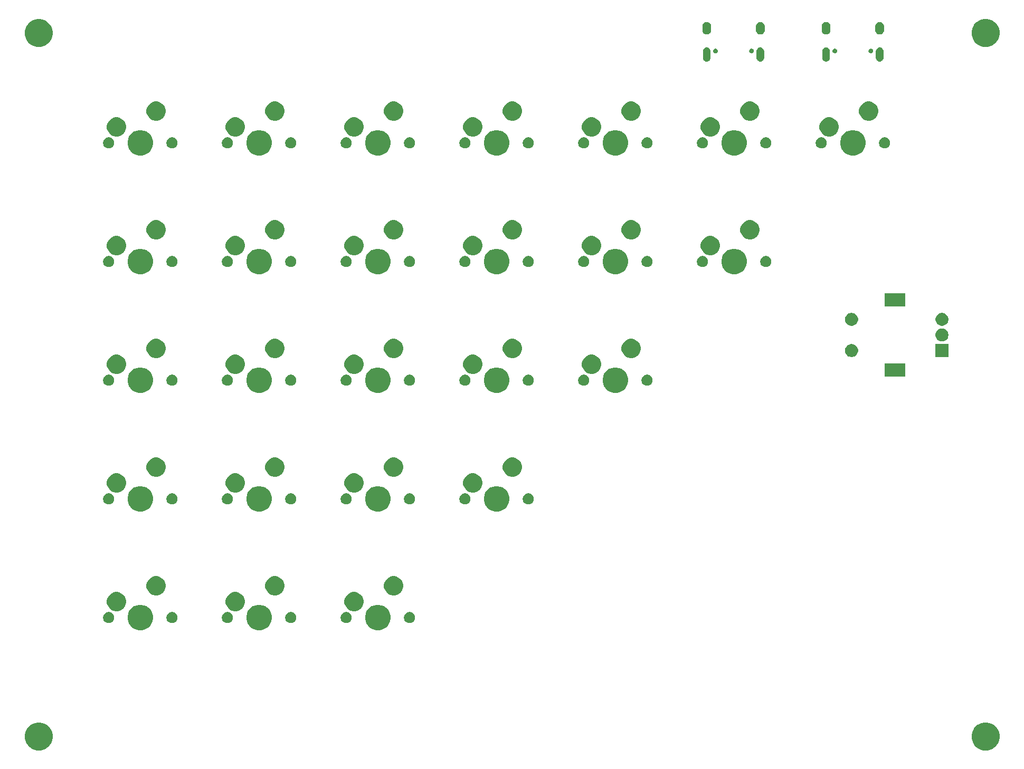
<source format=gts>
G04 #@! TF.GenerationSoftware,KiCad,Pcbnew,(5.1.5-0-10_14)*
G04 #@! TF.CreationDate,2021-04-20T13:47:47+02:00*
G04 #@! TF.ProjectId,Trigon,54726967-6f6e-42e6-9b69-6361645f7063,rev?*
G04 #@! TF.SameCoordinates,Original*
G04 #@! TF.FileFunction,Soldermask,Top*
G04 #@! TF.FilePolarity,Negative*
%FSLAX46Y46*%
G04 Gerber Fmt 4.6, Leading zero omitted, Abs format (unit mm)*
G04 Created by KiCad (PCBNEW (5.1.5-0-10_14)) date 2021-04-20 13:47:47*
%MOMM*%
%LPD*%
G04 APERTURE LIST*
%ADD10C,0.100000*%
G04 APERTURE END LIST*
D10*
G36*
X168777484Y-126452157D02*
G01*
X169186958Y-126621767D01*
X169555475Y-126868002D01*
X169868872Y-127181399D01*
X170115107Y-127549916D01*
X170284717Y-127959390D01*
X170371183Y-128394085D01*
X170371183Y-128837297D01*
X170284717Y-129271992D01*
X170115107Y-129681466D01*
X169868872Y-130049983D01*
X169555475Y-130363380D01*
X169186958Y-130609615D01*
X168777484Y-130779225D01*
X168342789Y-130865691D01*
X167899577Y-130865691D01*
X167464882Y-130779225D01*
X167055408Y-130609615D01*
X166686891Y-130363380D01*
X166373494Y-130049983D01*
X166127259Y-129681466D01*
X165957649Y-129271992D01*
X165871183Y-128837297D01*
X165871183Y-128394085D01*
X165957649Y-127959390D01*
X166127259Y-127549916D01*
X166373494Y-127181399D01*
X166686891Y-126868002D01*
X167055408Y-126621767D01*
X167464882Y-126452157D01*
X167899577Y-126365691D01*
X168342789Y-126365691D01*
X168777484Y-126452157D01*
G37*
G36*
X16924802Y-126452157D02*
G01*
X17334276Y-126621767D01*
X17702793Y-126868002D01*
X18016190Y-127181399D01*
X18262425Y-127549916D01*
X18432035Y-127959390D01*
X18518501Y-128394085D01*
X18518501Y-128837297D01*
X18432035Y-129271992D01*
X18262425Y-129681466D01*
X18016190Y-130049983D01*
X17702793Y-130363380D01*
X17334276Y-130609615D01*
X16924802Y-130779225D01*
X16490107Y-130865691D01*
X16046895Y-130865691D01*
X15612200Y-130779225D01*
X15202726Y-130609615D01*
X14834209Y-130363380D01*
X14520812Y-130049983D01*
X14274577Y-129681466D01*
X14104967Y-129271992D01*
X14018501Y-128837297D01*
X14018501Y-128394085D01*
X14104967Y-127959390D01*
X14274577Y-127549916D01*
X14520812Y-127181399D01*
X14834209Y-126868002D01*
X15202726Y-126621767D01*
X15612200Y-126452157D01*
X16046895Y-126365691D01*
X16490107Y-126365691D01*
X16924802Y-126452157D01*
G37*
G36*
X33139934Y-107572146D02*
G01*
X33511900Y-107726219D01*
X33846661Y-107949899D01*
X34131351Y-108234589D01*
X34355031Y-108569350D01*
X34509104Y-108941316D01*
X34587650Y-109336193D01*
X34587650Y-109738807D01*
X34509104Y-110133684D01*
X34355031Y-110505650D01*
X34131351Y-110840411D01*
X33846661Y-111125101D01*
X33511900Y-111348781D01*
X33139934Y-111502854D01*
X32745057Y-111581400D01*
X32342443Y-111581400D01*
X31947566Y-111502854D01*
X31575600Y-111348781D01*
X31240839Y-111125101D01*
X30956149Y-110840411D01*
X30732469Y-110505650D01*
X30578396Y-110133684D01*
X30499850Y-109738807D01*
X30499850Y-109336193D01*
X30578396Y-108941316D01*
X30732469Y-108569350D01*
X30956149Y-108234589D01*
X31240839Y-107949899D01*
X31575600Y-107726219D01*
X31947566Y-107572146D01*
X32342443Y-107493600D01*
X32745057Y-107493600D01*
X33139934Y-107572146D01*
G37*
G36*
X52189934Y-107572146D02*
G01*
X52561900Y-107726219D01*
X52896661Y-107949899D01*
X53181351Y-108234589D01*
X53405031Y-108569350D01*
X53559104Y-108941316D01*
X53637650Y-109336193D01*
X53637650Y-109738807D01*
X53559104Y-110133684D01*
X53405031Y-110505650D01*
X53181351Y-110840411D01*
X52896661Y-111125101D01*
X52561900Y-111348781D01*
X52189934Y-111502854D01*
X51795057Y-111581400D01*
X51392443Y-111581400D01*
X50997566Y-111502854D01*
X50625600Y-111348781D01*
X50290839Y-111125101D01*
X50006149Y-110840411D01*
X49782469Y-110505650D01*
X49628396Y-110133684D01*
X49549850Y-109738807D01*
X49549850Y-109336193D01*
X49628396Y-108941316D01*
X49782469Y-108569350D01*
X50006149Y-108234589D01*
X50290839Y-107949899D01*
X50625600Y-107726219D01*
X50997566Y-107572146D01*
X51392443Y-107493600D01*
X51795057Y-107493600D01*
X52189934Y-107572146D01*
G37*
G36*
X71239934Y-107572146D02*
G01*
X71611900Y-107726219D01*
X71946661Y-107949899D01*
X72231351Y-108234589D01*
X72455031Y-108569350D01*
X72609104Y-108941316D01*
X72687650Y-109336193D01*
X72687650Y-109738807D01*
X72609104Y-110133684D01*
X72455031Y-110505650D01*
X72231351Y-110840411D01*
X71946661Y-111125101D01*
X71611900Y-111348781D01*
X71239934Y-111502854D01*
X70845057Y-111581400D01*
X70442443Y-111581400D01*
X70047566Y-111502854D01*
X69675600Y-111348781D01*
X69340839Y-111125101D01*
X69056149Y-110840411D01*
X68832469Y-110505650D01*
X68678396Y-110133684D01*
X68599850Y-109738807D01*
X68599850Y-109336193D01*
X68678396Y-108941316D01*
X68832469Y-108569350D01*
X69056149Y-108234589D01*
X69340839Y-107949899D01*
X69675600Y-107726219D01*
X70047566Y-107572146D01*
X70442443Y-107493600D01*
X70845057Y-107493600D01*
X71239934Y-107572146D01*
G37*
G36*
X27639507Y-108653911D02*
G01*
X27726534Y-108671221D01*
X27890486Y-108739132D01*
X28038041Y-108837725D01*
X28163525Y-108963209D01*
X28262118Y-109110764D01*
X28330029Y-109274716D01*
X28364650Y-109448770D01*
X28364650Y-109626230D01*
X28330029Y-109800284D01*
X28262118Y-109964236D01*
X28163525Y-110111791D01*
X28038041Y-110237275D01*
X27890486Y-110335868D01*
X27726534Y-110403779D01*
X27639507Y-110421090D01*
X27552481Y-110438400D01*
X27375019Y-110438400D01*
X27287993Y-110421090D01*
X27200966Y-110403779D01*
X27037014Y-110335868D01*
X26889459Y-110237275D01*
X26763975Y-110111791D01*
X26665382Y-109964236D01*
X26597471Y-109800284D01*
X26562850Y-109626230D01*
X26562850Y-109448770D01*
X26597471Y-109274716D01*
X26665382Y-109110764D01*
X26763975Y-108963209D01*
X26889459Y-108837725D01*
X27037014Y-108739132D01*
X27200966Y-108671221D01*
X27287993Y-108653911D01*
X27375019Y-108636600D01*
X27552481Y-108636600D01*
X27639507Y-108653911D01*
G37*
G36*
X37799507Y-108653911D02*
G01*
X37886534Y-108671221D01*
X38050486Y-108739132D01*
X38198041Y-108837725D01*
X38323525Y-108963209D01*
X38422118Y-109110764D01*
X38490029Y-109274716D01*
X38524650Y-109448770D01*
X38524650Y-109626230D01*
X38490029Y-109800284D01*
X38422118Y-109964236D01*
X38323525Y-110111791D01*
X38198041Y-110237275D01*
X38050486Y-110335868D01*
X37886534Y-110403779D01*
X37799507Y-110421090D01*
X37712481Y-110438400D01*
X37535019Y-110438400D01*
X37447993Y-110421090D01*
X37360966Y-110403779D01*
X37197014Y-110335868D01*
X37049459Y-110237275D01*
X36923975Y-110111791D01*
X36825382Y-109964236D01*
X36757471Y-109800284D01*
X36722850Y-109626230D01*
X36722850Y-109448770D01*
X36757471Y-109274716D01*
X36825382Y-109110764D01*
X36923975Y-108963209D01*
X37049459Y-108837725D01*
X37197014Y-108739132D01*
X37360966Y-108671221D01*
X37447993Y-108653911D01*
X37535019Y-108636600D01*
X37712481Y-108636600D01*
X37799507Y-108653911D01*
G37*
G36*
X46689507Y-108653911D02*
G01*
X46776534Y-108671221D01*
X46940486Y-108739132D01*
X47088041Y-108837725D01*
X47213525Y-108963209D01*
X47312118Y-109110764D01*
X47380029Y-109274716D01*
X47414650Y-109448770D01*
X47414650Y-109626230D01*
X47380029Y-109800284D01*
X47312118Y-109964236D01*
X47213525Y-110111791D01*
X47088041Y-110237275D01*
X46940486Y-110335868D01*
X46776534Y-110403779D01*
X46689507Y-110421090D01*
X46602481Y-110438400D01*
X46425019Y-110438400D01*
X46337993Y-110421090D01*
X46250966Y-110403779D01*
X46087014Y-110335868D01*
X45939459Y-110237275D01*
X45813975Y-110111791D01*
X45715382Y-109964236D01*
X45647471Y-109800284D01*
X45612850Y-109626230D01*
X45612850Y-109448770D01*
X45647471Y-109274716D01*
X45715382Y-109110764D01*
X45813975Y-108963209D01*
X45939459Y-108837725D01*
X46087014Y-108739132D01*
X46250966Y-108671221D01*
X46337993Y-108653911D01*
X46425019Y-108636600D01*
X46602481Y-108636600D01*
X46689507Y-108653911D01*
G37*
G36*
X56849507Y-108653911D02*
G01*
X56936534Y-108671221D01*
X57100486Y-108739132D01*
X57248041Y-108837725D01*
X57373525Y-108963209D01*
X57472118Y-109110764D01*
X57540029Y-109274716D01*
X57574650Y-109448770D01*
X57574650Y-109626230D01*
X57540029Y-109800284D01*
X57472118Y-109964236D01*
X57373525Y-110111791D01*
X57248041Y-110237275D01*
X57100486Y-110335868D01*
X56936534Y-110403779D01*
X56849507Y-110421090D01*
X56762481Y-110438400D01*
X56585019Y-110438400D01*
X56497993Y-110421090D01*
X56410966Y-110403779D01*
X56247014Y-110335868D01*
X56099459Y-110237275D01*
X55973975Y-110111791D01*
X55875382Y-109964236D01*
X55807471Y-109800284D01*
X55772850Y-109626230D01*
X55772850Y-109448770D01*
X55807471Y-109274716D01*
X55875382Y-109110764D01*
X55973975Y-108963209D01*
X56099459Y-108837725D01*
X56247014Y-108739132D01*
X56410966Y-108671221D01*
X56497993Y-108653911D01*
X56585019Y-108636600D01*
X56762481Y-108636600D01*
X56849507Y-108653911D01*
G37*
G36*
X65739507Y-108653911D02*
G01*
X65826534Y-108671221D01*
X65990486Y-108739132D01*
X66138041Y-108837725D01*
X66263525Y-108963209D01*
X66362118Y-109110764D01*
X66430029Y-109274716D01*
X66464650Y-109448770D01*
X66464650Y-109626230D01*
X66430029Y-109800284D01*
X66362118Y-109964236D01*
X66263525Y-110111791D01*
X66138041Y-110237275D01*
X65990486Y-110335868D01*
X65826534Y-110403779D01*
X65739507Y-110421090D01*
X65652481Y-110438400D01*
X65475019Y-110438400D01*
X65387993Y-110421090D01*
X65300966Y-110403779D01*
X65137014Y-110335868D01*
X64989459Y-110237275D01*
X64863975Y-110111791D01*
X64765382Y-109964236D01*
X64697471Y-109800284D01*
X64662850Y-109626230D01*
X64662850Y-109448770D01*
X64697471Y-109274716D01*
X64765382Y-109110764D01*
X64863975Y-108963209D01*
X64989459Y-108837725D01*
X65137014Y-108739132D01*
X65300966Y-108671221D01*
X65387993Y-108653911D01*
X65475019Y-108636600D01*
X65652481Y-108636600D01*
X65739507Y-108653911D01*
G37*
G36*
X75899507Y-108653911D02*
G01*
X75986534Y-108671221D01*
X76150486Y-108739132D01*
X76298041Y-108837725D01*
X76423525Y-108963209D01*
X76522118Y-109110764D01*
X76590029Y-109274716D01*
X76624650Y-109448770D01*
X76624650Y-109626230D01*
X76590029Y-109800284D01*
X76522118Y-109964236D01*
X76423525Y-110111791D01*
X76298041Y-110237275D01*
X76150486Y-110335868D01*
X75986534Y-110403779D01*
X75899507Y-110421090D01*
X75812481Y-110438400D01*
X75635019Y-110438400D01*
X75547993Y-110421090D01*
X75460966Y-110403779D01*
X75297014Y-110335868D01*
X75149459Y-110237275D01*
X75023975Y-110111791D01*
X74925382Y-109964236D01*
X74857471Y-109800284D01*
X74822850Y-109626230D01*
X74822850Y-109448770D01*
X74857471Y-109274716D01*
X74925382Y-109110764D01*
X75023975Y-108963209D01*
X75149459Y-108837725D01*
X75297014Y-108739132D01*
X75460966Y-108671221D01*
X75547993Y-108653911D01*
X75635019Y-108636600D01*
X75812481Y-108636600D01*
X75899507Y-108653911D01*
G37*
G36*
X67285868Y-105507065D02*
G01*
X67567950Y-105623908D01*
X67821818Y-105793536D01*
X68037714Y-106009432D01*
X68207342Y-106263300D01*
X68324185Y-106545382D01*
X68383750Y-106844838D01*
X68383750Y-107150162D01*
X68324185Y-107449618D01*
X68207342Y-107731700D01*
X68037714Y-107985568D01*
X67821818Y-108201464D01*
X67567950Y-108371092D01*
X67285868Y-108487935D01*
X66986412Y-108547500D01*
X66681088Y-108547500D01*
X66381632Y-108487935D01*
X66099550Y-108371092D01*
X65845682Y-108201464D01*
X65629786Y-107985568D01*
X65460158Y-107731700D01*
X65343315Y-107449618D01*
X65283750Y-107150162D01*
X65283750Y-106844838D01*
X65343315Y-106545382D01*
X65460158Y-106263300D01*
X65629786Y-106009432D01*
X65845682Y-105793536D01*
X66099550Y-105623908D01*
X66381632Y-105507065D01*
X66681088Y-105447500D01*
X66986412Y-105447500D01*
X67285868Y-105507065D01*
G37*
G36*
X29185868Y-105507065D02*
G01*
X29467950Y-105623908D01*
X29721818Y-105793536D01*
X29937714Y-106009432D01*
X30107342Y-106263300D01*
X30224185Y-106545382D01*
X30283750Y-106844838D01*
X30283750Y-107150162D01*
X30224185Y-107449618D01*
X30107342Y-107731700D01*
X29937714Y-107985568D01*
X29721818Y-108201464D01*
X29467950Y-108371092D01*
X29185868Y-108487935D01*
X28886412Y-108547500D01*
X28581088Y-108547500D01*
X28281632Y-108487935D01*
X27999550Y-108371092D01*
X27745682Y-108201464D01*
X27529786Y-107985568D01*
X27360158Y-107731700D01*
X27243315Y-107449618D01*
X27183750Y-107150162D01*
X27183750Y-106844838D01*
X27243315Y-106545382D01*
X27360158Y-106263300D01*
X27529786Y-106009432D01*
X27745682Y-105793536D01*
X27999550Y-105623908D01*
X28281632Y-105507065D01*
X28581088Y-105447500D01*
X28886412Y-105447500D01*
X29185868Y-105507065D01*
G37*
G36*
X48235868Y-105507065D02*
G01*
X48517950Y-105623908D01*
X48771818Y-105793536D01*
X48987714Y-106009432D01*
X49157342Y-106263300D01*
X49274185Y-106545382D01*
X49333750Y-106844838D01*
X49333750Y-107150162D01*
X49274185Y-107449618D01*
X49157342Y-107731700D01*
X48987714Y-107985568D01*
X48771818Y-108201464D01*
X48517950Y-108371092D01*
X48235868Y-108487935D01*
X47936412Y-108547500D01*
X47631088Y-108547500D01*
X47331632Y-108487935D01*
X47049550Y-108371092D01*
X46795682Y-108201464D01*
X46579786Y-107985568D01*
X46410158Y-107731700D01*
X46293315Y-107449618D01*
X46233750Y-107150162D01*
X46233750Y-106844838D01*
X46293315Y-106545382D01*
X46410158Y-106263300D01*
X46579786Y-106009432D01*
X46795682Y-105793536D01*
X47049550Y-105623908D01*
X47331632Y-105507065D01*
X47631088Y-105447500D01*
X47936412Y-105447500D01*
X48235868Y-105507065D01*
G37*
G36*
X73635868Y-102967065D02*
G01*
X73917950Y-103083908D01*
X74171818Y-103253536D01*
X74387714Y-103469432D01*
X74557342Y-103723300D01*
X74674185Y-104005382D01*
X74733750Y-104304838D01*
X74733750Y-104610162D01*
X74674185Y-104909618D01*
X74557342Y-105191700D01*
X74387714Y-105445568D01*
X74171818Y-105661464D01*
X73917950Y-105831092D01*
X73635868Y-105947935D01*
X73336412Y-106007500D01*
X73031088Y-106007500D01*
X72731632Y-105947935D01*
X72449550Y-105831092D01*
X72195682Y-105661464D01*
X71979786Y-105445568D01*
X71810158Y-105191700D01*
X71693315Y-104909618D01*
X71633750Y-104610162D01*
X71633750Y-104304838D01*
X71693315Y-104005382D01*
X71810158Y-103723300D01*
X71979786Y-103469432D01*
X72195682Y-103253536D01*
X72449550Y-103083908D01*
X72731632Y-102967065D01*
X73031088Y-102907500D01*
X73336412Y-102907500D01*
X73635868Y-102967065D01*
G37*
G36*
X35535868Y-102967065D02*
G01*
X35817950Y-103083908D01*
X36071818Y-103253536D01*
X36287714Y-103469432D01*
X36457342Y-103723300D01*
X36574185Y-104005382D01*
X36633750Y-104304838D01*
X36633750Y-104610162D01*
X36574185Y-104909618D01*
X36457342Y-105191700D01*
X36287714Y-105445568D01*
X36071818Y-105661464D01*
X35817950Y-105831092D01*
X35535868Y-105947935D01*
X35236412Y-106007500D01*
X34931088Y-106007500D01*
X34631632Y-105947935D01*
X34349550Y-105831092D01*
X34095682Y-105661464D01*
X33879786Y-105445568D01*
X33710158Y-105191700D01*
X33593315Y-104909618D01*
X33533750Y-104610162D01*
X33533750Y-104304838D01*
X33593315Y-104005382D01*
X33710158Y-103723300D01*
X33879786Y-103469432D01*
X34095682Y-103253536D01*
X34349550Y-103083908D01*
X34631632Y-102967065D01*
X34931088Y-102907500D01*
X35236412Y-102907500D01*
X35535868Y-102967065D01*
G37*
G36*
X54585868Y-102967065D02*
G01*
X54867950Y-103083908D01*
X55121818Y-103253536D01*
X55337714Y-103469432D01*
X55507342Y-103723300D01*
X55624185Y-104005382D01*
X55683750Y-104304838D01*
X55683750Y-104610162D01*
X55624185Y-104909618D01*
X55507342Y-105191700D01*
X55337714Y-105445568D01*
X55121818Y-105661464D01*
X54867950Y-105831092D01*
X54585868Y-105947935D01*
X54286412Y-106007500D01*
X53981088Y-106007500D01*
X53681632Y-105947935D01*
X53399550Y-105831092D01*
X53145682Y-105661464D01*
X52929786Y-105445568D01*
X52760158Y-105191700D01*
X52643315Y-104909618D01*
X52583750Y-104610162D01*
X52583750Y-104304838D01*
X52643315Y-104005382D01*
X52760158Y-103723300D01*
X52929786Y-103469432D01*
X53145682Y-103253536D01*
X53399550Y-103083908D01*
X53681632Y-102967065D01*
X53981088Y-102907500D01*
X54286412Y-102907500D01*
X54585868Y-102967065D01*
G37*
G36*
X33139934Y-88522146D02*
G01*
X33511900Y-88676219D01*
X33846661Y-88899899D01*
X34131351Y-89184589D01*
X34355031Y-89519350D01*
X34509104Y-89891316D01*
X34587650Y-90286193D01*
X34587650Y-90688807D01*
X34509104Y-91083684D01*
X34355031Y-91455650D01*
X34131351Y-91790411D01*
X33846661Y-92075101D01*
X33511900Y-92298781D01*
X33139934Y-92452854D01*
X32745057Y-92531400D01*
X32342443Y-92531400D01*
X31947566Y-92452854D01*
X31575600Y-92298781D01*
X31240839Y-92075101D01*
X30956149Y-91790411D01*
X30732469Y-91455650D01*
X30578396Y-91083684D01*
X30499850Y-90688807D01*
X30499850Y-90286193D01*
X30578396Y-89891316D01*
X30732469Y-89519350D01*
X30956149Y-89184589D01*
X31240839Y-88899899D01*
X31575600Y-88676219D01*
X31947566Y-88522146D01*
X32342443Y-88443600D01*
X32745057Y-88443600D01*
X33139934Y-88522146D01*
G37*
G36*
X52189934Y-88522146D02*
G01*
X52561900Y-88676219D01*
X52896661Y-88899899D01*
X53181351Y-89184589D01*
X53405031Y-89519350D01*
X53559104Y-89891316D01*
X53637650Y-90286193D01*
X53637650Y-90688807D01*
X53559104Y-91083684D01*
X53405031Y-91455650D01*
X53181351Y-91790411D01*
X52896661Y-92075101D01*
X52561900Y-92298781D01*
X52189934Y-92452854D01*
X51795057Y-92531400D01*
X51392443Y-92531400D01*
X50997566Y-92452854D01*
X50625600Y-92298781D01*
X50290839Y-92075101D01*
X50006149Y-91790411D01*
X49782469Y-91455650D01*
X49628396Y-91083684D01*
X49549850Y-90688807D01*
X49549850Y-90286193D01*
X49628396Y-89891316D01*
X49782469Y-89519350D01*
X50006149Y-89184589D01*
X50290839Y-88899899D01*
X50625600Y-88676219D01*
X50997566Y-88522146D01*
X51392443Y-88443600D01*
X51795057Y-88443600D01*
X52189934Y-88522146D01*
G37*
G36*
X71239934Y-88522146D02*
G01*
X71611900Y-88676219D01*
X71946661Y-88899899D01*
X72231351Y-89184589D01*
X72455031Y-89519350D01*
X72609104Y-89891316D01*
X72687650Y-90286193D01*
X72687650Y-90688807D01*
X72609104Y-91083684D01*
X72455031Y-91455650D01*
X72231351Y-91790411D01*
X71946661Y-92075101D01*
X71611900Y-92298781D01*
X71239934Y-92452854D01*
X70845057Y-92531400D01*
X70442443Y-92531400D01*
X70047566Y-92452854D01*
X69675600Y-92298781D01*
X69340839Y-92075101D01*
X69056149Y-91790411D01*
X68832469Y-91455650D01*
X68678396Y-91083684D01*
X68599850Y-90688807D01*
X68599850Y-90286193D01*
X68678396Y-89891316D01*
X68832469Y-89519350D01*
X69056149Y-89184589D01*
X69340839Y-88899899D01*
X69675600Y-88676219D01*
X70047566Y-88522146D01*
X70442443Y-88443600D01*
X70845057Y-88443600D01*
X71239934Y-88522146D01*
G37*
G36*
X90289934Y-88522146D02*
G01*
X90661900Y-88676219D01*
X90996661Y-88899899D01*
X91281351Y-89184589D01*
X91505031Y-89519350D01*
X91659104Y-89891316D01*
X91737650Y-90286193D01*
X91737650Y-90688807D01*
X91659104Y-91083684D01*
X91505031Y-91455650D01*
X91281351Y-91790411D01*
X90996661Y-92075101D01*
X90661900Y-92298781D01*
X90289934Y-92452854D01*
X89895057Y-92531400D01*
X89492443Y-92531400D01*
X89097566Y-92452854D01*
X88725600Y-92298781D01*
X88390839Y-92075101D01*
X88106149Y-91790411D01*
X87882469Y-91455650D01*
X87728396Y-91083684D01*
X87649850Y-90688807D01*
X87649850Y-90286193D01*
X87728396Y-89891316D01*
X87882469Y-89519350D01*
X88106149Y-89184589D01*
X88390839Y-88899899D01*
X88725600Y-88676219D01*
X89097566Y-88522146D01*
X89492443Y-88443600D01*
X89895057Y-88443600D01*
X90289934Y-88522146D01*
G37*
G36*
X84789507Y-89603910D02*
G01*
X84876534Y-89621221D01*
X85040486Y-89689132D01*
X85188041Y-89787725D01*
X85313525Y-89913209D01*
X85412118Y-90060764D01*
X85480029Y-90224716D01*
X85514650Y-90398770D01*
X85514650Y-90576230D01*
X85480029Y-90750284D01*
X85412118Y-90914236D01*
X85313525Y-91061791D01*
X85188041Y-91187275D01*
X85040486Y-91285868D01*
X84876534Y-91353779D01*
X84789507Y-91371089D01*
X84702481Y-91388400D01*
X84525019Y-91388400D01*
X84437993Y-91371089D01*
X84350966Y-91353779D01*
X84187014Y-91285868D01*
X84039459Y-91187275D01*
X83913975Y-91061791D01*
X83815382Y-90914236D01*
X83747471Y-90750284D01*
X83712850Y-90576230D01*
X83712850Y-90398770D01*
X83747471Y-90224716D01*
X83815382Y-90060764D01*
X83913975Y-89913209D01*
X84039459Y-89787725D01*
X84187014Y-89689132D01*
X84350966Y-89621221D01*
X84437993Y-89603910D01*
X84525019Y-89586600D01*
X84702481Y-89586600D01*
X84789507Y-89603910D01*
G37*
G36*
X94949507Y-89603910D02*
G01*
X95036534Y-89621221D01*
X95200486Y-89689132D01*
X95348041Y-89787725D01*
X95473525Y-89913209D01*
X95572118Y-90060764D01*
X95640029Y-90224716D01*
X95674650Y-90398770D01*
X95674650Y-90576230D01*
X95640029Y-90750284D01*
X95572118Y-90914236D01*
X95473525Y-91061791D01*
X95348041Y-91187275D01*
X95200486Y-91285868D01*
X95036534Y-91353779D01*
X94949507Y-91371089D01*
X94862481Y-91388400D01*
X94685019Y-91388400D01*
X94597993Y-91371089D01*
X94510966Y-91353779D01*
X94347014Y-91285868D01*
X94199459Y-91187275D01*
X94073975Y-91061791D01*
X93975382Y-90914236D01*
X93907471Y-90750284D01*
X93872850Y-90576230D01*
X93872850Y-90398770D01*
X93907471Y-90224716D01*
X93975382Y-90060764D01*
X94073975Y-89913209D01*
X94199459Y-89787725D01*
X94347014Y-89689132D01*
X94510966Y-89621221D01*
X94597993Y-89603910D01*
X94685019Y-89586600D01*
X94862481Y-89586600D01*
X94949507Y-89603910D01*
G37*
G36*
X65739507Y-89603910D02*
G01*
X65826534Y-89621221D01*
X65990486Y-89689132D01*
X66138041Y-89787725D01*
X66263525Y-89913209D01*
X66362118Y-90060764D01*
X66430029Y-90224716D01*
X66464650Y-90398770D01*
X66464650Y-90576230D01*
X66430029Y-90750284D01*
X66362118Y-90914236D01*
X66263525Y-91061791D01*
X66138041Y-91187275D01*
X65990486Y-91285868D01*
X65826534Y-91353779D01*
X65739507Y-91371089D01*
X65652481Y-91388400D01*
X65475019Y-91388400D01*
X65387993Y-91371089D01*
X65300966Y-91353779D01*
X65137014Y-91285868D01*
X64989459Y-91187275D01*
X64863975Y-91061791D01*
X64765382Y-90914236D01*
X64697471Y-90750284D01*
X64662850Y-90576230D01*
X64662850Y-90398770D01*
X64697471Y-90224716D01*
X64765382Y-90060764D01*
X64863975Y-89913209D01*
X64989459Y-89787725D01*
X65137014Y-89689132D01*
X65300966Y-89621221D01*
X65387993Y-89603910D01*
X65475019Y-89586600D01*
X65652481Y-89586600D01*
X65739507Y-89603910D01*
G37*
G36*
X37799507Y-89603910D02*
G01*
X37886534Y-89621221D01*
X38050486Y-89689132D01*
X38198041Y-89787725D01*
X38323525Y-89913209D01*
X38422118Y-90060764D01*
X38490029Y-90224716D01*
X38524650Y-90398770D01*
X38524650Y-90576230D01*
X38490029Y-90750284D01*
X38422118Y-90914236D01*
X38323525Y-91061791D01*
X38198041Y-91187275D01*
X38050486Y-91285868D01*
X37886534Y-91353779D01*
X37799507Y-91371089D01*
X37712481Y-91388400D01*
X37535019Y-91388400D01*
X37447993Y-91371089D01*
X37360966Y-91353779D01*
X37197014Y-91285868D01*
X37049459Y-91187275D01*
X36923975Y-91061791D01*
X36825382Y-90914236D01*
X36757471Y-90750284D01*
X36722850Y-90576230D01*
X36722850Y-90398770D01*
X36757471Y-90224716D01*
X36825382Y-90060764D01*
X36923975Y-89913209D01*
X37049459Y-89787725D01*
X37197014Y-89689132D01*
X37360966Y-89621221D01*
X37447993Y-89603910D01*
X37535019Y-89586600D01*
X37712481Y-89586600D01*
X37799507Y-89603910D01*
G37*
G36*
X27639507Y-89603910D02*
G01*
X27726534Y-89621221D01*
X27890486Y-89689132D01*
X28038041Y-89787725D01*
X28163525Y-89913209D01*
X28262118Y-90060764D01*
X28330029Y-90224716D01*
X28364650Y-90398770D01*
X28364650Y-90576230D01*
X28330029Y-90750284D01*
X28262118Y-90914236D01*
X28163525Y-91061791D01*
X28038041Y-91187275D01*
X27890486Y-91285868D01*
X27726534Y-91353779D01*
X27639507Y-91371089D01*
X27552481Y-91388400D01*
X27375019Y-91388400D01*
X27287993Y-91371089D01*
X27200966Y-91353779D01*
X27037014Y-91285868D01*
X26889459Y-91187275D01*
X26763975Y-91061791D01*
X26665382Y-90914236D01*
X26597471Y-90750284D01*
X26562850Y-90576230D01*
X26562850Y-90398770D01*
X26597471Y-90224716D01*
X26665382Y-90060764D01*
X26763975Y-89913209D01*
X26889459Y-89787725D01*
X27037014Y-89689132D01*
X27200966Y-89621221D01*
X27287993Y-89603910D01*
X27375019Y-89586600D01*
X27552481Y-89586600D01*
X27639507Y-89603910D01*
G37*
G36*
X56849507Y-89603910D02*
G01*
X56936534Y-89621221D01*
X57100486Y-89689132D01*
X57248041Y-89787725D01*
X57373525Y-89913209D01*
X57472118Y-90060764D01*
X57540029Y-90224716D01*
X57574650Y-90398770D01*
X57574650Y-90576230D01*
X57540029Y-90750284D01*
X57472118Y-90914236D01*
X57373525Y-91061791D01*
X57248041Y-91187275D01*
X57100486Y-91285868D01*
X56936534Y-91353779D01*
X56849507Y-91371089D01*
X56762481Y-91388400D01*
X56585019Y-91388400D01*
X56497993Y-91371089D01*
X56410966Y-91353779D01*
X56247014Y-91285868D01*
X56099459Y-91187275D01*
X55973975Y-91061791D01*
X55875382Y-90914236D01*
X55807471Y-90750284D01*
X55772850Y-90576230D01*
X55772850Y-90398770D01*
X55807471Y-90224716D01*
X55875382Y-90060764D01*
X55973975Y-89913209D01*
X56099459Y-89787725D01*
X56247014Y-89689132D01*
X56410966Y-89621221D01*
X56497993Y-89603910D01*
X56585019Y-89586600D01*
X56762481Y-89586600D01*
X56849507Y-89603910D01*
G37*
G36*
X75899507Y-89603910D02*
G01*
X75986534Y-89621221D01*
X76150486Y-89689132D01*
X76298041Y-89787725D01*
X76423525Y-89913209D01*
X76522118Y-90060764D01*
X76590029Y-90224716D01*
X76624650Y-90398770D01*
X76624650Y-90576230D01*
X76590029Y-90750284D01*
X76522118Y-90914236D01*
X76423525Y-91061791D01*
X76298041Y-91187275D01*
X76150486Y-91285868D01*
X75986534Y-91353779D01*
X75899507Y-91371089D01*
X75812481Y-91388400D01*
X75635019Y-91388400D01*
X75547993Y-91371089D01*
X75460966Y-91353779D01*
X75297014Y-91285868D01*
X75149459Y-91187275D01*
X75023975Y-91061791D01*
X74925382Y-90914236D01*
X74857471Y-90750284D01*
X74822850Y-90576230D01*
X74822850Y-90398770D01*
X74857471Y-90224716D01*
X74925382Y-90060764D01*
X75023975Y-89913209D01*
X75149459Y-89787725D01*
X75297014Y-89689132D01*
X75460966Y-89621221D01*
X75547993Y-89603910D01*
X75635019Y-89586600D01*
X75812481Y-89586600D01*
X75899507Y-89603910D01*
G37*
G36*
X46689507Y-89603910D02*
G01*
X46776534Y-89621221D01*
X46940486Y-89689132D01*
X47088041Y-89787725D01*
X47213525Y-89913209D01*
X47312118Y-90060764D01*
X47380029Y-90224716D01*
X47414650Y-90398770D01*
X47414650Y-90576230D01*
X47380029Y-90750284D01*
X47312118Y-90914236D01*
X47213525Y-91061791D01*
X47088041Y-91187275D01*
X46940486Y-91285868D01*
X46776534Y-91353779D01*
X46689507Y-91371089D01*
X46602481Y-91388400D01*
X46425019Y-91388400D01*
X46337993Y-91371089D01*
X46250966Y-91353779D01*
X46087014Y-91285868D01*
X45939459Y-91187275D01*
X45813975Y-91061791D01*
X45715382Y-90914236D01*
X45647471Y-90750284D01*
X45612850Y-90576230D01*
X45612850Y-90398770D01*
X45647471Y-90224716D01*
X45715382Y-90060764D01*
X45813975Y-89913209D01*
X45939459Y-89787725D01*
X46087014Y-89689132D01*
X46250966Y-89621221D01*
X46337993Y-89603910D01*
X46425019Y-89586600D01*
X46602481Y-89586600D01*
X46689507Y-89603910D01*
G37*
G36*
X86335868Y-86457065D02*
G01*
X86617950Y-86573908D01*
X86871818Y-86743536D01*
X87087714Y-86959432D01*
X87257342Y-87213300D01*
X87374185Y-87495382D01*
X87433750Y-87794838D01*
X87433750Y-88100162D01*
X87374185Y-88399618D01*
X87257342Y-88681700D01*
X87087714Y-88935568D01*
X86871818Y-89151464D01*
X86617950Y-89321092D01*
X86335868Y-89437935D01*
X86036412Y-89497500D01*
X85731088Y-89497500D01*
X85431632Y-89437935D01*
X85149550Y-89321092D01*
X84895682Y-89151464D01*
X84679786Y-88935568D01*
X84510158Y-88681700D01*
X84393315Y-88399618D01*
X84333750Y-88100162D01*
X84333750Y-87794838D01*
X84393315Y-87495382D01*
X84510158Y-87213300D01*
X84679786Y-86959432D01*
X84895682Y-86743536D01*
X85149550Y-86573908D01*
X85431632Y-86457065D01*
X85731088Y-86397500D01*
X86036412Y-86397500D01*
X86335868Y-86457065D01*
G37*
G36*
X67285868Y-86457065D02*
G01*
X67567950Y-86573908D01*
X67821818Y-86743536D01*
X68037714Y-86959432D01*
X68207342Y-87213300D01*
X68324185Y-87495382D01*
X68383750Y-87794838D01*
X68383750Y-88100162D01*
X68324185Y-88399618D01*
X68207342Y-88681700D01*
X68037714Y-88935568D01*
X67821818Y-89151464D01*
X67567950Y-89321092D01*
X67285868Y-89437935D01*
X66986412Y-89497500D01*
X66681088Y-89497500D01*
X66381632Y-89437935D01*
X66099550Y-89321092D01*
X65845682Y-89151464D01*
X65629786Y-88935568D01*
X65460158Y-88681700D01*
X65343315Y-88399618D01*
X65283750Y-88100162D01*
X65283750Y-87794838D01*
X65343315Y-87495382D01*
X65460158Y-87213300D01*
X65629786Y-86959432D01*
X65845682Y-86743536D01*
X66099550Y-86573908D01*
X66381632Y-86457065D01*
X66681088Y-86397500D01*
X66986412Y-86397500D01*
X67285868Y-86457065D01*
G37*
G36*
X48235868Y-86457065D02*
G01*
X48517950Y-86573908D01*
X48771818Y-86743536D01*
X48987714Y-86959432D01*
X49157342Y-87213300D01*
X49274185Y-87495382D01*
X49333750Y-87794838D01*
X49333750Y-88100162D01*
X49274185Y-88399618D01*
X49157342Y-88681700D01*
X48987714Y-88935568D01*
X48771818Y-89151464D01*
X48517950Y-89321092D01*
X48235868Y-89437935D01*
X47936412Y-89497500D01*
X47631088Y-89497500D01*
X47331632Y-89437935D01*
X47049550Y-89321092D01*
X46795682Y-89151464D01*
X46579786Y-88935568D01*
X46410158Y-88681700D01*
X46293315Y-88399618D01*
X46233750Y-88100162D01*
X46233750Y-87794838D01*
X46293315Y-87495382D01*
X46410158Y-87213300D01*
X46579786Y-86959432D01*
X46795682Y-86743536D01*
X47049550Y-86573908D01*
X47331632Y-86457065D01*
X47631088Y-86397500D01*
X47936412Y-86397500D01*
X48235868Y-86457065D01*
G37*
G36*
X29185868Y-86457065D02*
G01*
X29467950Y-86573908D01*
X29721818Y-86743536D01*
X29937714Y-86959432D01*
X30107342Y-87213300D01*
X30224185Y-87495382D01*
X30283750Y-87794838D01*
X30283750Y-88100162D01*
X30224185Y-88399618D01*
X30107342Y-88681700D01*
X29937714Y-88935568D01*
X29721818Y-89151464D01*
X29467950Y-89321092D01*
X29185868Y-89437935D01*
X28886412Y-89497500D01*
X28581088Y-89497500D01*
X28281632Y-89437935D01*
X27999550Y-89321092D01*
X27745682Y-89151464D01*
X27529786Y-88935568D01*
X27360158Y-88681700D01*
X27243315Y-88399618D01*
X27183750Y-88100162D01*
X27183750Y-87794838D01*
X27243315Y-87495382D01*
X27360158Y-87213300D01*
X27529786Y-86959432D01*
X27745682Y-86743536D01*
X27999550Y-86573908D01*
X28281632Y-86457065D01*
X28581088Y-86397500D01*
X28886412Y-86397500D01*
X29185868Y-86457065D01*
G37*
G36*
X92685868Y-83917065D02*
G01*
X92967950Y-84033908D01*
X93221818Y-84203536D01*
X93437714Y-84419432D01*
X93607342Y-84673300D01*
X93724185Y-84955382D01*
X93783750Y-85254838D01*
X93783750Y-85560162D01*
X93724185Y-85859618D01*
X93607342Y-86141700D01*
X93437714Y-86395568D01*
X93221818Y-86611464D01*
X92967950Y-86781092D01*
X92685868Y-86897935D01*
X92386412Y-86957500D01*
X92081088Y-86957500D01*
X91781632Y-86897935D01*
X91499550Y-86781092D01*
X91245682Y-86611464D01*
X91029786Y-86395568D01*
X90860158Y-86141700D01*
X90743315Y-85859618D01*
X90683750Y-85560162D01*
X90683750Y-85254838D01*
X90743315Y-84955382D01*
X90860158Y-84673300D01*
X91029786Y-84419432D01*
X91245682Y-84203536D01*
X91499550Y-84033908D01*
X91781632Y-83917065D01*
X92081088Y-83857500D01*
X92386412Y-83857500D01*
X92685868Y-83917065D01*
G37*
G36*
X73635868Y-83917065D02*
G01*
X73917950Y-84033908D01*
X74171818Y-84203536D01*
X74387714Y-84419432D01*
X74557342Y-84673300D01*
X74674185Y-84955382D01*
X74733750Y-85254838D01*
X74733750Y-85560162D01*
X74674185Y-85859618D01*
X74557342Y-86141700D01*
X74387714Y-86395568D01*
X74171818Y-86611464D01*
X73917950Y-86781092D01*
X73635868Y-86897935D01*
X73336412Y-86957500D01*
X73031088Y-86957500D01*
X72731632Y-86897935D01*
X72449550Y-86781092D01*
X72195682Y-86611464D01*
X71979786Y-86395568D01*
X71810158Y-86141700D01*
X71693315Y-85859618D01*
X71633750Y-85560162D01*
X71633750Y-85254838D01*
X71693315Y-84955382D01*
X71810158Y-84673300D01*
X71979786Y-84419432D01*
X72195682Y-84203536D01*
X72449550Y-84033908D01*
X72731632Y-83917065D01*
X73031088Y-83857500D01*
X73336412Y-83857500D01*
X73635868Y-83917065D01*
G37*
G36*
X54585868Y-83917065D02*
G01*
X54867950Y-84033908D01*
X55121818Y-84203536D01*
X55337714Y-84419432D01*
X55507342Y-84673300D01*
X55624185Y-84955382D01*
X55683750Y-85254838D01*
X55683750Y-85560162D01*
X55624185Y-85859618D01*
X55507342Y-86141700D01*
X55337714Y-86395568D01*
X55121818Y-86611464D01*
X54867950Y-86781092D01*
X54585868Y-86897935D01*
X54286412Y-86957500D01*
X53981088Y-86957500D01*
X53681632Y-86897935D01*
X53399550Y-86781092D01*
X53145682Y-86611464D01*
X52929786Y-86395568D01*
X52760158Y-86141700D01*
X52643315Y-85859618D01*
X52583750Y-85560162D01*
X52583750Y-85254838D01*
X52643315Y-84955382D01*
X52760158Y-84673300D01*
X52929786Y-84419432D01*
X53145682Y-84203536D01*
X53399550Y-84033908D01*
X53681632Y-83917065D01*
X53981088Y-83857500D01*
X54286412Y-83857500D01*
X54585868Y-83917065D01*
G37*
G36*
X35535868Y-83917065D02*
G01*
X35817950Y-84033908D01*
X36071818Y-84203536D01*
X36287714Y-84419432D01*
X36457342Y-84673300D01*
X36574185Y-84955382D01*
X36633750Y-85254838D01*
X36633750Y-85560162D01*
X36574185Y-85859618D01*
X36457342Y-86141700D01*
X36287714Y-86395568D01*
X36071818Y-86611464D01*
X35817950Y-86781092D01*
X35535868Y-86897935D01*
X35236412Y-86957500D01*
X34931088Y-86957500D01*
X34631632Y-86897935D01*
X34349550Y-86781092D01*
X34095682Y-86611464D01*
X33879786Y-86395568D01*
X33710158Y-86141700D01*
X33593315Y-85859618D01*
X33533750Y-85560162D01*
X33533750Y-85254838D01*
X33593315Y-84955382D01*
X33710158Y-84673300D01*
X33879786Y-84419432D01*
X34095682Y-84203536D01*
X34349550Y-84033908D01*
X34631632Y-83917065D01*
X34931088Y-83857500D01*
X35236412Y-83857500D01*
X35535868Y-83917065D01*
G37*
G36*
X33139934Y-69472146D02*
G01*
X33511900Y-69626219D01*
X33846661Y-69849899D01*
X34131351Y-70134589D01*
X34355031Y-70469350D01*
X34509104Y-70841316D01*
X34587650Y-71236193D01*
X34587650Y-71638807D01*
X34509104Y-72033684D01*
X34355031Y-72405650D01*
X34131351Y-72740411D01*
X33846661Y-73025101D01*
X33511900Y-73248781D01*
X33139934Y-73402854D01*
X32745057Y-73481400D01*
X32342443Y-73481400D01*
X31947566Y-73402854D01*
X31575600Y-73248781D01*
X31240839Y-73025101D01*
X30956149Y-72740411D01*
X30732469Y-72405650D01*
X30578396Y-72033684D01*
X30499850Y-71638807D01*
X30499850Y-71236193D01*
X30578396Y-70841316D01*
X30732469Y-70469350D01*
X30956149Y-70134589D01*
X31240839Y-69849899D01*
X31575600Y-69626219D01*
X31947566Y-69472146D01*
X32342443Y-69393600D01*
X32745057Y-69393600D01*
X33139934Y-69472146D01*
G37*
G36*
X71239934Y-69472146D02*
G01*
X71611900Y-69626219D01*
X71946661Y-69849899D01*
X72231351Y-70134589D01*
X72455031Y-70469350D01*
X72609104Y-70841316D01*
X72687650Y-71236193D01*
X72687650Y-71638807D01*
X72609104Y-72033684D01*
X72455031Y-72405650D01*
X72231351Y-72740411D01*
X71946661Y-73025101D01*
X71611900Y-73248781D01*
X71239934Y-73402854D01*
X70845057Y-73481400D01*
X70442443Y-73481400D01*
X70047566Y-73402854D01*
X69675600Y-73248781D01*
X69340839Y-73025101D01*
X69056149Y-72740411D01*
X68832469Y-72405650D01*
X68678396Y-72033684D01*
X68599850Y-71638807D01*
X68599850Y-71236193D01*
X68678396Y-70841316D01*
X68832469Y-70469350D01*
X69056149Y-70134589D01*
X69340839Y-69849899D01*
X69675600Y-69626219D01*
X70047566Y-69472146D01*
X70442443Y-69393600D01*
X70845057Y-69393600D01*
X71239934Y-69472146D01*
G37*
G36*
X52189934Y-69472146D02*
G01*
X52561900Y-69626219D01*
X52896661Y-69849899D01*
X53181351Y-70134589D01*
X53405031Y-70469350D01*
X53559104Y-70841316D01*
X53637650Y-71236193D01*
X53637650Y-71638807D01*
X53559104Y-72033684D01*
X53405031Y-72405650D01*
X53181351Y-72740411D01*
X52896661Y-73025101D01*
X52561900Y-73248781D01*
X52189934Y-73402854D01*
X51795057Y-73481400D01*
X51392443Y-73481400D01*
X50997566Y-73402854D01*
X50625600Y-73248781D01*
X50290839Y-73025101D01*
X50006149Y-72740411D01*
X49782469Y-72405650D01*
X49628396Y-72033684D01*
X49549850Y-71638807D01*
X49549850Y-71236193D01*
X49628396Y-70841316D01*
X49782469Y-70469350D01*
X50006149Y-70134589D01*
X50290839Y-69849899D01*
X50625600Y-69626219D01*
X50997566Y-69472146D01*
X51392443Y-69393600D01*
X51795057Y-69393600D01*
X52189934Y-69472146D01*
G37*
G36*
X109339934Y-69472146D02*
G01*
X109711900Y-69626219D01*
X110046661Y-69849899D01*
X110331351Y-70134589D01*
X110555031Y-70469350D01*
X110709104Y-70841316D01*
X110787650Y-71236193D01*
X110787650Y-71638807D01*
X110709104Y-72033684D01*
X110555031Y-72405650D01*
X110331351Y-72740411D01*
X110046661Y-73025101D01*
X109711900Y-73248781D01*
X109339934Y-73402854D01*
X108945057Y-73481400D01*
X108542443Y-73481400D01*
X108147566Y-73402854D01*
X107775600Y-73248781D01*
X107440839Y-73025101D01*
X107156149Y-72740411D01*
X106932469Y-72405650D01*
X106778396Y-72033684D01*
X106699850Y-71638807D01*
X106699850Y-71236193D01*
X106778396Y-70841316D01*
X106932469Y-70469350D01*
X107156149Y-70134589D01*
X107440839Y-69849899D01*
X107775600Y-69626219D01*
X108147566Y-69472146D01*
X108542443Y-69393600D01*
X108945057Y-69393600D01*
X109339934Y-69472146D01*
G37*
G36*
X90289934Y-69472146D02*
G01*
X90661900Y-69626219D01*
X90996661Y-69849899D01*
X91281351Y-70134589D01*
X91505031Y-70469350D01*
X91659104Y-70841316D01*
X91737650Y-71236193D01*
X91737650Y-71638807D01*
X91659104Y-72033684D01*
X91505031Y-72405650D01*
X91281351Y-72740411D01*
X90996661Y-73025101D01*
X90661900Y-73248781D01*
X90289934Y-73402854D01*
X89895057Y-73481400D01*
X89492443Y-73481400D01*
X89097566Y-73402854D01*
X88725600Y-73248781D01*
X88390839Y-73025101D01*
X88106149Y-72740411D01*
X87882469Y-72405650D01*
X87728396Y-72033684D01*
X87649850Y-71638807D01*
X87649850Y-71236193D01*
X87728396Y-70841316D01*
X87882469Y-70469350D01*
X88106149Y-70134589D01*
X88390839Y-69849899D01*
X88725600Y-69626219D01*
X89097566Y-69472146D01*
X89492443Y-69393600D01*
X89895057Y-69393600D01*
X90289934Y-69472146D01*
G37*
G36*
X84789507Y-70553910D02*
G01*
X84876534Y-70571221D01*
X85040486Y-70639132D01*
X85188041Y-70737725D01*
X85313525Y-70863209D01*
X85412118Y-71010764D01*
X85480029Y-71174716D01*
X85514650Y-71348770D01*
X85514650Y-71526230D01*
X85480029Y-71700284D01*
X85412118Y-71864236D01*
X85313525Y-72011791D01*
X85188041Y-72137275D01*
X85040486Y-72235868D01*
X84876534Y-72303779D01*
X84789507Y-72321089D01*
X84702481Y-72338400D01*
X84525019Y-72338400D01*
X84437993Y-72321089D01*
X84350966Y-72303779D01*
X84187014Y-72235868D01*
X84039459Y-72137275D01*
X83913975Y-72011791D01*
X83815382Y-71864236D01*
X83747471Y-71700284D01*
X83712850Y-71526230D01*
X83712850Y-71348770D01*
X83747471Y-71174716D01*
X83815382Y-71010764D01*
X83913975Y-70863209D01*
X84039459Y-70737725D01*
X84187014Y-70639132D01*
X84350966Y-70571221D01*
X84437993Y-70553910D01*
X84525019Y-70536600D01*
X84702481Y-70536600D01*
X84789507Y-70553910D01*
G37*
G36*
X94949507Y-70553910D02*
G01*
X95036534Y-70571221D01*
X95200486Y-70639132D01*
X95348041Y-70737725D01*
X95473525Y-70863209D01*
X95572118Y-71010764D01*
X95640029Y-71174716D01*
X95674650Y-71348770D01*
X95674650Y-71526230D01*
X95640029Y-71700284D01*
X95572118Y-71864236D01*
X95473525Y-72011791D01*
X95348041Y-72137275D01*
X95200486Y-72235868D01*
X95036534Y-72303779D01*
X94949507Y-72321089D01*
X94862481Y-72338400D01*
X94685019Y-72338400D01*
X94597993Y-72321089D01*
X94510966Y-72303779D01*
X94347014Y-72235868D01*
X94199459Y-72137275D01*
X94073975Y-72011791D01*
X93975382Y-71864236D01*
X93907471Y-71700284D01*
X93872850Y-71526230D01*
X93872850Y-71348770D01*
X93907471Y-71174716D01*
X93975382Y-71010764D01*
X94073975Y-70863209D01*
X94199459Y-70737725D01*
X94347014Y-70639132D01*
X94510966Y-70571221D01*
X94597993Y-70553910D01*
X94685019Y-70536600D01*
X94862481Y-70536600D01*
X94949507Y-70553910D01*
G37*
G36*
X113999507Y-70553910D02*
G01*
X114086534Y-70571221D01*
X114250486Y-70639132D01*
X114398041Y-70737725D01*
X114523525Y-70863209D01*
X114622118Y-71010764D01*
X114690029Y-71174716D01*
X114724650Y-71348770D01*
X114724650Y-71526230D01*
X114690029Y-71700284D01*
X114622118Y-71864236D01*
X114523525Y-72011791D01*
X114398041Y-72137275D01*
X114250486Y-72235868D01*
X114086534Y-72303779D01*
X113999507Y-72321089D01*
X113912481Y-72338400D01*
X113735019Y-72338400D01*
X113647993Y-72321089D01*
X113560966Y-72303779D01*
X113397014Y-72235868D01*
X113249459Y-72137275D01*
X113123975Y-72011791D01*
X113025382Y-71864236D01*
X112957471Y-71700284D01*
X112922850Y-71526230D01*
X112922850Y-71348770D01*
X112957471Y-71174716D01*
X113025382Y-71010764D01*
X113123975Y-70863209D01*
X113249459Y-70737725D01*
X113397014Y-70639132D01*
X113560966Y-70571221D01*
X113647993Y-70553910D01*
X113735019Y-70536600D01*
X113912481Y-70536600D01*
X113999507Y-70553910D01*
G37*
G36*
X103839507Y-70553910D02*
G01*
X103926534Y-70571221D01*
X104090486Y-70639132D01*
X104238041Y-70737725D01*
X104363525Y-70863209D01*
X104462118Y-71010764D01*
X104530029Y-71174716D01*
X104564650Y-71348770D01*
X104564650Y-71526230D01*
X104530029Y-71700284D01*
X104462118Y-71864236D01*
X104363525Y-72011791D01*
X104238041Y-72137275D01*
X104090486Y-72235868D01*
X103926534Y-72303779D01*
X103839507Y-72321089D01*
X103752481Y-72338400D01*
X103575019Y-72338400D01*
X103487993Y-72321089D01*
X103400966Y-72303779D01*
X103237014Y-72235868D01*
X103089459Y-72137275D01*
X102963975Y-72011791D01*
X102865382Y-71864236D01*
X102797471Y-71700284D01*
X102762850Y-71526230D01*
X102762850Y-71348770D01*
X102797471Y-71174716D01*
X102865382Y-71010764D01*
X102963975Y-70863209D01*
X103089459Y-70737725D01*
X103237014Y-70639132D01*
X103400966Y-70571221D01*
X103487993Y-70553910D01*
X103575019Y-70536600D01*
X103752481Y-70536600D01*
X103839507Y-70553910D01*
G37*
G36*
X46689507Y-70553910D02*
G01*
X46776534Y-70571221D01*
X46940486Y-70639132D01*
X47088041Y-70737725D01*
X47213525Y-70863209D01*
X47312118Y-71010764D01*
X47380029Y-71174716D01*
X47414650Y-71348770D01*
X47414650Y-71526230D01*
X47380029Y-71700284D01*
X47312118Y-71864236D01*
X47213525Y-72011791D01*
X47088041Y-72137275D01*
X46940486Y-72235868D01*
X46776534Y-72303779D01*
X46689507Y-72321089D01*
X46602481Y-72338400D01*
X46425019Y-72338400D01*
X46337993Y-72321089D01*
X46250966Y-72303779D01*
X46087014Y-72235868D01*
X45939459Y-72137275D01*
X45813975Y-72011791D01*
X45715382Y-71864236D01*
X45647471Y-71700284D01*
X45612850Y-71526230D01*
X45612850Y-71348770D01*
X45647471Y-71174716D01*
X45715382Y-71010764D01*
X45813975Y-70863209D01*
X45939459Y-70737725D01*
X46087014Y-70639132D01*
X46250966Y-70571221D01*
X46337993Y-70553910D01*
X46425019Y-70536600D01*
X46602481Y-70536600D01*
X46689507Y-70553910D01*
G37*
G36*
X56849507Y-70553910D02*
G01*
X56936534Y-70571221D01*
X57100486Y-70639132D01*
X57248041Y-70737725D01*
X57373525Y-70863209D01*
X57472118Y-71010764D01*
X57540029Y-71174716D01*
X57574650Y-71348770D01*
X57574650Y-71526230D01*
X57540029Y-71700284D01*
X57472118Y-71864236D01*
X57373525Y-72011791D01*
X57248041Y-72137275D01*
X57100486Y-72235868D01*
X56936534Y-72303779D01*
X56849507Y-72321089D01*
X56762481Y-72338400D01*
X56585019Y-72338400D01*
X56497993Y-72321089D01*
X56410966Y-72303779D01*
X56247014Y-72235868D01*
X56099459Y-72137275D01*
X55973975Y-72011791D01*
X55875382Y-71864236D01*
X55807471Y-71700284D01*
X55772850Y-71526230D01*
X55772850Y-71348770D01*
X55807471Y-71174716D01*
X55875382Y-71010764D01*
X55973975Y-70863209D01*
X56099459Y-70737725D01*
X56247014Y-70639132D01*
X56410966Y-70571221D01*
X56497993Y-70553910D01*
X56585019Y-70536600D01*
X56762481Y-70536600D01*
X56849507Y-70553910D01*
G37*
G36*
X65739507Y-70553910D02*
G01*
X65826534Y-70571221D01*
X65990486Y-70639132D01*
X66138041Y-70737725D01*
X66263525Y-70863209D01*
X66362118Y-71010764D01*
X66430029Y-71174716D01*
X66464650Y-71348770D01*
X66464650Y-71526230D01*
X66430029Y-71700284D01*
X66362118Y-71864236D01*
X66263525Y-72011791D01*
X66138041Y-72137275D01*
X65990486Y-72235868D01*
X65826534Y-72303779D01*
X65739507Y-72321089D01*
X65652481Y-72338400D01*
X65475019Y-72338400D01*
X65387993Y-72321089D01*
X65300966Y-72303779D01*
X65137014Y-72235868D01*
X64989459Y-72137275D01*
X64863975Y-72011791D01*
X64765382Y-71864236D01*
X64697471Y-71700284D01*
X64662850Y-71526230D01*
X64662850Y-71348770D01*
X64697471Y-71174716D01*
X64765382Y-71010764D01*
X64863975Y-70863209D01*
X64989459Y-70737725D01*
X65137014Y-70639132D01*
X65300966Y-70571221D01*
X65387993Y-70553910D01*
X65475019Y-70536600D01*
X65652481Y-70536600D01*
X65739507Y-70553910D01*
G37*
G36*
X75899507Y-70553910D02*
G01*
X75986534Y-70571221D01*
X76150486Y-70639132D01*
X76298041Y-70737725D01*
X76423525Y-70863209D01*
X76522118Y-71010764D01*
X76590029Y-71174716D01*
X76624650Y-71348770D01*
X76624650Y-71526230D01*
X76590029Y-71700284D01*
X76522118Y-71864236D01*
X76423525Y-72011791D01*
X76298041Y-72137275D01*
X76150486Y-72235868D01*
X75986534Y-72303779D01*
X75899507Y-72321089D01*
X75812481Y-72338400D01*
X75635019Y-72338400D01*
X75547993Y-72321089D01*
X75460966Y-72303779D01*
X75297014Y-72235868D01*
X75149459Y-72137275D01*
X75023975Y-72011791D01*
X74925382Y-71864236D01*
X74857471Y-71700284D01*
X74822850Y-71526230D01*
X74822850Y-71348770D01*
X74857471Y-71174716D01*
X74925382Y-71010764D01*
X75023975Y-70863209D01*
X75149459Y-70737725D01*
X75297014Y-70639132D01*
X75460966Y-70571221D01*
X75547993Y-70553910D01*
X75635019Y-70536600D01*
X75812481Y-70536600D01*
X75899507Y-70553910D01*
G37*
G36*
X27639507Y-70553910D02*
G01*
X27726534Y-70571221D01*
X27890486Y-70639132D01*
X28038041Y-70737725D01*
X28163525Y-70863209D01*
X28262118Y-71010764D01*
X28330029Y-71174716D01*
X28364650Y-71348770D01*
X28364650Y-71526230D01*
X28330029Y-71700284D01*
X28262118Y-71864236D01*
X28163525Y-72011791D01*
X28038041Y-72137275D01*
X27890486Y-72235868D01*
X27726534Y-72303779D01*
X27639507Y-72321089D01*
X27552481Y-72338400D01*
X27375019Y-72338400D01*
X27287993Y-72321089D01*
X27200966Y-72303779D01*
X27037014Y-72235868D01*
X26889459Y-72137275D01*
X26763975Y-72011791D01*
X26665382Y-71864236D01*
X26597471Y-71700284D01*
X26562850Y-71526230D01*
X26562850Y-71348770D01*
X26597471Y-71174716D01*
X26665382Y-71010764D01*
X26763975Y-70863209D01*
X26889459Y-70737725D01*
X27037014Y-70639132D01*
X27200966Y-70571221D01*
X27287993Y-70553910D01*
X27375019Y-70536600D01*
X27552481Y-70536600D01*
X27639507Y-70553910D01*
G37*
G36*
X37799507Y-70553910D02*
G01*
X37886534Y-70571221D01*
X38050486Y-70639132D01*
X38198041Y-70737725D01*
X38323525Y-70863209D01*
X38422118Y-71010764D01*
X38490029Y-71174716D01*
X38524650Y-71348770D01*
X38524650Y-71526230D01*
X38490029Y-71700284D01*
X38422118Y-71864236D01*
X38323525Y-72011791D01*
X38198041Y-72137275D01*
X38050486Y-72235868D01*
X37886534Y-72303779D01*
X37799507Y-72321089D01*
X37712481Y-72338400D01*
X37535019Y-72338400D01*
X37447993Y-72321089D01*
X37360966Y-72303779D01*
X37197014Y-72235868D01*
X37049459Y-72137275D01*
X36923975Y-72011791D01*
X36825382Y-71864236D01*
X36757471Y-71700284D01*
X36722850Y-71526230D01*
X36722850Y-71348770D01*
X36757471Y-71174716D01*
X36825382Y-71010764D01*
X36923975Y-70863209D01*
X37049459Y-70737725D01*
X37197014Y-70639132D01*
X37360966Y-70571221D01*
X37447993Y-70553910D01*
X37535019Y-70536600D01*
X37712481Y-70536600D01*
X37799507Y-70553910D01*
G37*
G36*
X155281250Y-70825000D02*
G01*
X151981250Y-70825000D01*
X151981250Y-68725000D01*
X155281250Y-68725000D01*
X155281250Y-70825000D01*
G37*
G36*
X86335868Y-67407065D02*
G01*
X86617950Y-67523908D01*
X86871818Y-67693536D01*
X87087714Y-67909432D01*
X87257342Y-68163300D01*
X87374185Y-68445382D01*
X87433750Y-68744838D01*
X87433750Y-69050162D01*
X87374185Y-69349618D01*
X87257342Y-69631700D01*
X87087714Y-69885568D01*
X86871818Y-70101464D01*
X86617950Y-70271092D01*
X86335868Y-70387935D01*
X86036412Y-70447500D01*
X85731088Y-70447500D01*
X85431632Y-70387935D01*
X85149550Y-70271092D01*
X84895682Y-70101464D01*
X84679786Y-69885568D01*
X84510158Y-69631700D01*
X84393315Y-69349618D01*
X84333750Y-69050162D01*
X84333750Y-68744838D01*
X84393315Y-68445382D01*
X84510158Y-68163300D01*
X84679786Y-67909432D01*
X84895682Y-67693536D01*
X85149550Y-67523908D01*
X85431632Y-67407065D01*
X85731088Y-67347500D01*
X86036412Y-67347500D01*
X86335868Y-67407065D01*
G37*
G36*
X105385868Y-67407065D02*
G01*
X105667950Y-67523908D01*
X105921818Y-67693536D01*
X106137714Y-67909432D01*
X106307342Y-68163300D01*
X106424185Y-68445382D01*
X106483750Y-68744838D01*
X106483750Y-69050162D01*
X106424185Y-69349618D01*
X106307342Y-69631700D01*
X106137714Y-69885568D01*
X105921818Y-70101464D01*
X105667950Y-70271092D01*
X105385868Y-70387935D01*
X105086412Y-70447500D01*
X104781088Y-70447500D01*
X104481632Y-70387935D01*
X104199550Y-70271092D01*
X103945682Y-70101464D01*
X103729786Y-69885568D01*
X103560158Y-69631700D01*
X103443315Y-69349618D01*
X103383750Y-69050162D01*
X103383750Y-68744838D01*
X103443315Y-68445382D01*
X103560158Y-68163300D01*
X103729786Y-67909432D01*
X103945682Y-67693536D01*
X104199550Y-67523908D01*
X104481632Y-67407065D01*
X104781088Y-67347500D01*
X105086412Y-67347500D01*
X105385868Y-67407065D01*
G37*
G36*
X67285868Y-67407065D02*
G01*
X67567950Y-67523908D01*
X67821818Y-67693536D01*
X68037714Y-67909432D01*
X68207342Y-68163300D01*
X68324185Y-68445382D01*
X68383750Y-68744838D01*
X68383750Y-69050162D01*
X68324185Y-69349618D01*
X68207342Y-69631700D01*
X68037714Y-69885568D01*
X67821818Y-70101464D01*
X67567950Y-70271092D01*
X67285868Y-70387935D01*
X66986412Y-70447500D01*
X66681088Y-70447500D01*
X66381632Y-70387935D01*
X66099550Y-70271092D01*
X65845682Y-70101464D01*
X65629786Y-69885568D01*
X65460158Y-69631700D01*
X65343315Y-69349618D01*
X65283750Y-69050162D01*
X65283750Y-68744838D01*
X65343315Y-68445382D01*
X65460158Y-68163300D01*
X65629786Y-67909432D01*
X65845682Y-67693536D01*
X66099550Y-67523908D01*
X66381632Y-67407065D01*
X66681088Y-67347500D01*
X66986412Y-67347500D01*
X67285868Y-67407065D01*
G37*
G36*
X48235868Y-67407065D02*
G01*
X48517950Y-67523908D01*
X48771818Y-67693536D01*
X48987714Y-67909432D01*
X49157342Y-68163300D01*
X49274185Y-68445382D01*
X49333750Y-68744838D01*
X49333750Y-69050162D01*
X49274185Y-69349618D01*
X49157342Y-69631700D01*
X48987714Y-69885568D01*
X48771818Y-70101464D01*
X48517950Y-70271092D01*
X48235868Y-70387935D01*
X47936412Y-70447500D01*
X47631088Y-70447500D01*
X47331632Y-70387935D01*
X47049550Y-70271092D01*
X46795682Y-70101464D01*
X46579786Y-69885568D01*
X46410158Y-69631700D01*
X46293315Y-69349618D01*
X46233750Y-69050162D01*
X46233750Y-68744838D01*
X46293315Y-68445382D01*
X46410158Y-68163300D01*
X46579786Y-67909432D01*
X46795682Y-67693536D01*
X47049550Y-67523908D01*
X47331632Y-67407065D01*
X47631088Y-67347500D01*
X47936412Y-67347500D01*
X48235868Y-67407065D01*
G37*
G36*
X29185868Y-67407065D02*
G01*
X29467950Y-67523908D01*
X29721818Y-67693536D01*
X29937714Y-67909432D01*
X30107342Y-68163300D01*
X30224185Y-68445382D01*
X30283750Y-68744838D01*
X30283750Y-69050162D01*
X30224185Y-69349618D01*
X30107342Y-69631700D01*
X29937714Y-69885568D01*
X29721818Y-70101464D01*
X29467950Y-70271092D01*
X29185868Y-70387935D01*
X28886412Y-70447500D01*
X28581088Y-70447500D01*
X28281632Y-70387935D01*
X27999550Y-70271092D01*
X27745682Y-70101464D01*
X27529786Y-69885568D01*
X27360158Y-69631700D01*
X27243315Y-69349618D01*
X27183750Y-69050162D01*
X27183750Y-68744838D01*
X27243315Y-68445382D01*
X27360158Y-68163300D01*
X27529786Y-67909432D01*
X27745682Y-67693536D01*
X27999550Y-67523908D01*
X28281632Y-67407065D01*
X28581088Y-67347500D01*
X28886412Y-67347500D01*
X29185868Y-67407065D01*
G37*
G36*
X111735868Y-64867065D02*
G01*
X112017950Y-64983908D01*
X112271818Y-65153536D01*
X112487714Y-65369432D01*
X112657342Y-65623300D01*
X112774185Y-65905382D01*
X112833750Y-66204838D01*
X112833750Y-66510162D01*
X112774185Y-66809618D01*
X112657342Y-67091700D01*
X112487714Y-67345568D01*
X112271818Y-67561464D01*
X112017950Y-67731092D01*
X111735868Y-67847935D01*
X111436412Y-67907500D01*
X111131088Y-67907500D01*
X110831632Y-67847935D01*
X110549550Y-67731092D01*
X110295682Y-67561464D01*
X110079786Y-67345568D01*
X109910158Y-67091700D01*
X109793315Y-66809618D01*
X109733750Y-66510162D01*
X109733750Y-66204838D01*
X109793315Y-65905382D01*
X109910158Y-65623300D01*
X110079786Y-65369432D01*
X110295682Y-65153536D01*
X110549550Y-64983908D01*
X110831632Y-64867065D01*
X111131088Y-64807500D01*
X111436412Y-64807500D01*
X111735868Y-64867065D01*
G37*
G36*
X92685868Y-64867065D02*
G01*
X92967950Y-64983908D01*
X93221818Y-65153536D01*
X93437714Y-65369432D01*
X93607342Y-65623300D01*
X93724185Y-65905382D01*
X93783750Y-66204838D01*
X93783750Y-66510162D01*
X93724185Y-66809618D01*
X93607342Y-67091700D01*
X93437714Y-67345568D01*
X93221818Y-67561464D01*
X92967950Y-67731092D01*
X92685868Y-67847935D01*
X92386412Y-67907500D01*
X92081088Y-67907500D01*
X91781632Y-67847935D01*
X91499550Y-67731092D01*
X91245682Y-67561464D01*
X91029786Y-67345568D01*
X90860158Y-67091700D01*
X90743315Y-66809618D01*
X90683750Y-66510162D01*
X90683750Y-66204838D01*
X90743315Y-65905382D01*
X90860158Y-65623300D01*
X91029786Y-65369432D01*
X91245682Y-65153536D01*
X91499550Y-64983908D01*
X91781632Y-64867065D01*
X92081088Y-64807500D01*
X92386412Y-64807500D01*
X92685868Y-64867065D01*
G37*
G36*
X54585868Y-64867065D02*
G01*
X54867950Y-64983908D01*
X55121818Y-65153536D01*
X55337714Y-65369432D01*
X55507342Y-65623300D01*
X55624185Y-65905382D01*
X55683750Y-66204838D01*
X55683750Y-66510162D01*
X55624185Y-66809618D01*
X55507342Y-67091700D01*
X55337714Y-67345568D01*
X55121818Y-67561464D01*
X54867950Y-67731092D01*
X54585868Y-67847935D01*
X54286412Y-67907500D01*
X53981088Y-67907500D01*
X53681632Y-67847935D01*
X53399550Y-67731092D01*
X53145682Y-67561464D01*
X52929786Y-67345568D01*
X52760158Y-67091700D01*
X52643315Y-66809618D01*
X52583750Y-66510162D01*
X52583750Y-66204838D01*
X52643315Y-65905382D01*
X52760158Y-65623300D01*
X52929786Y-65369432D01*
X53145682Y-65153536D01*
X53399550Y-64983908D01*
X53681632Y-64867065D01*
X53981088Y-64807500D01*
X54286412Y-64807500D01*
X54585868Y-64867065D01*
G37*
G36*
X35535868Y-64867065D02*
G01*
X35817950Y-64983908D01*
X36071818Y-65153536D01*
X36287714Y-65369432D01*
X36457342Y-65623300D01*
X36574185Y-65905382D01*
X36633750Y-66204838D01*
X36633750Y-66510162D01*
X36574185Y-66809618D01*
X36457342Y-67091700D01*
X36287714Y-67345568D01*
X36071818Y-67561464D01*
X35817950Y-67731092D01*
X35535868Y-67847935D01*
X35236412Y-67907500D01*
X34931088Y-67907500D01*
X34631632Y-67847935D01*
X34349550Y-67731092D01*
X34095682Y-67561464D01*
X33879786Y-67345568D01*
X33710158Y-67091700D01*
X33593315Y-66809618D01*
X33533750Y-66510162D01*
X33533750Y-66204838D01*
X33593315Y-65905382D01*
X33710158Y-65623300D01*
X33879786Y-65369432D01*
X34095682Y-65153536D01*
X34349550Y-64983908D01*
X34631632Y-64867065D01*
X34931088Y-64807500D01*
X35236412Y-64807500D01*
X35535868Y-64867065D01*
G37*
G36*
X73635868Y-64867065D02*
G01*
X73917950Y-64983908D01*
X74171818Y-65153536D01*
X74387714Y-65369432D01*
X74557342Y-65623300D01*
X74674185Y-65905382D01*
X74733750Y-66204838D01*
X74733750Y-66510162D01*
X74674185Y-66809618D01*
X74557342Y-67091700D01*
X74387714Y-67345568D01*
X74171818Y-67561464D01*
X73917950Y-67731092D01*
X73635868Y-67847935D01*
X73336412Y-67907500D01*
X73031088Y-67907500D01*
X72731632Y-67847935D01*
X72449550Y-67731092D01*
X72195682Y-67561464D01*
X71979786Y-67345568D01*
X71810158Y-67091700D01*
X71693315Y-66809618D01*
X71633750Y-66510162D01*
X71633750Y-66204838D01*
X71693315Y-65905382D01*
X71810158Y-65623300D01*
X71979786Y-65369432D01*
X72195682Y-65153536D01*
X72449550Y-64983908D01*
X72731632Y-64867065D01*
X73031088Y-64807500D01*
X73336412Y-64807500D01*
X73635868Y-64867065D01*
G37*
G36*
X146937524Y-65665350D02*
G01*
X147128612Y-65744502D01*
X147300586Y-65859411D01*
X147446839Y-66005664D01*
X147561748Y-66177638D01*
X147640900Y-66368726D01*
X147681250Y-66571584D01*
X147681250Y-66778416D01*
X147640900Y-66981274D01*
X147561748Y-67172362D01*
X147446839Y-67344336D01*
X147300586Y-67490589D01*
X147128612Y-67605498D01*
X146937524Y-67684650D01*
X146734666Y-67725000D01*
X146527834Y-67725000D01*
X146324976Y-67684650D01*
X146133888Y-67605498D01*
X145961914Y-67490589D01*
X145815661Y-67344336D01*
X145700752Y-67172362D01*
X145621600Y-66981274D01*
X145581250Y-66778416D01*
X145581250Y-66571584D01*
X145621600Y-66368726D01*
X145700752Y-66177638D01*
X145815661Y-66005664D01*
X145961914Y-65859411D01*
X146133888Y-65744502D01*
X146324976Y-65665350D01*
X146527834Y-65625000D01*
X146734666Y-65625000D01*
X146937524Y-65665350D01*
G37*
G36*
X162181250Y-67725000D02*
G01*
X160081250Y-67725000D01*
X160081250Y-65625000D01*
X162181250Y-65625000D01*
X162181250Y-67725000D01*
G37*
G36*
X161437524Y-63165350D02*
G01*
X161628612Y-63244502D01*
X161800586Y-63359411D01*
X161946839Y-63505664D01*
X162061748Y-63677638D01*
X162140900Y-63868726D01*
X162181250Y-64071584D01*
X162181250Y-64278416D01*
X162140900Y-64481274D01*
X162061748Y-64672362D01*
X161946839Y-64844336D01*
X161800586Y-64990589D01*
X161628612Y-65105498D01*
X161437524Y-65184650D01*
X161234666Y-65225000D01*
X161027834Y-65225000D01*
X160824976Y-65184650D01*
X160633888Y-65105498D01*
X160461914Y-64990589D01*
X160315661Y-64844336D01*
X160200752Y-64672362D01*
X160121600Y-64481274D01*
X160081250Y-64278416D01*
X160081250Y-64071584D01*
X160121600Y-63868726D01*
X160200752Y-63677638D01*
X160315661Y-63505664D01*
X160461914Y-63359411D01*
X160633888Y-63244502D01*
X160824976Y-63165350D01*
X161027834Y-63125000D01*
X161234666Y-63125000D01*
X161437524Y-63165350D01*
G37*
G36*
X146937524Y-60665350D02*
G01*
X147128612Y-60744502D01*
X147300586Y-60859411D01*
X147446839Y-61005664D01*
X147561748Y-61177638D01*
X147640900Y-61368726D01*
X147681250Y-61571584D01*
X147681250Y-61778416D01*
X147640900Y-61981274D01*
X147561748Y-62172362D01*
X147446839Y-62344336D01*
X147300586Y-62490589D01*
X147128612Y-62605498D01*
X146937524Y-62684650D01*
X146734666Y-62725000D01*
X146527834Y-62725000D01*
X146324976Y-62684650D01*
X146133888Y-62605498D01*
X145961914Y-62490589D01*
X145815661Y-62344336D01*
X145700752Y-62172362D01*
X145621600Y-61981274D01*
X145581250Y-61778416D01*
X145581250Y-61571584D01*
X145621600Y-61368726D01*
X145700752Y-61177638D01*
X145815661Y-61005664D01*
X145961914Y-60859411D01*
X146133888Y-60744502D01*
X146324976Y-60665350D01*
X146527834Y-60625000D01*
X146734666Y-60625000D01*
X146937524Y-60665350D01*
G37*
G36*
X161437524Y-60665350D02*
G01*
X161628612Y-60744502D01*
X161800586Y-60859411D01*
X161946839Y-61005664D01*
X162061748Y-61177638D01*
X162140900Y-61368726D01*
X162181250Y-61571584D01*
X162181250Y-61778416D01*
X162140900Y-61981274D01*
X162061748Y-62172362D01*
X161946839Y-62344336D01*
X161800586Y-62490589D01*
X161628612Y-62605498D01*
X161437524Y-62684650D01*
X161234666Y-62725000D01*
X161027834Y-62725000D01*
X160824976Y-62684650D01*
X160633888Y-62605498D01*
X160461914Y-62490589D01*
X160315661Y-62344336D01*
X160200752Y-62172362D01*
X160121600Y-61981274D01*
X160081250Y-61778416D01*
X160081250Y-61571584D01*
X160121600Y-61368726D01*
X160200752Y-61177638D01*
X160315661Y-61005664D01*
X160461914Y-60859411D01*
X160633888Y-60744502D01*
X160824976Y-60665350D01*
X161027834Y-60625000D01*
X161234666Y-60625000D01*
X161437524Y-60665350D01*
G37*
G36*
X155281250Y-59625000D02*
G01*
X151981250Y-59625000D01*
X151981250Y-57525000D01*
X155281250Y-57525000D01*
X155281250Y-59625000D01*
G37*
G36*
X33139934Y-50422146D02*
G01*
X33511900Y-50576219D01*
X33846661Y-50799899D01*
X34131351Y-51084589D01*
X34355031Y-51419350D01*
X34509104Y-51791316D01*
X34587650Y-52186193D01*
X34587650Y-52588807D01*
X34509104Y-52983684D01*
X34355031Y-53355650D01*
X34131351Y-53690411D01*
X33846661Y-53975101D01*
X33511900Y-54198781D01*
X33139934Y-54352854D01*
X32745057Y-54431400D01*
X32342443Y-54431400D01*
X31947566Y-54352854D01*
X31575600Y-54198781D01*
X31240839Y-53975101D01*
X30956149Y-53690411D01*
X30732469Y-53355650D01*
X30578396Y-52983684D01*
X30499850Y-52588807D01*
X30499850Y-52186193D01*
X30578396Y-51791316D01*
X30732469Y-51419350D01*
X30956149Y-51084589D01*
X31240839Y-50799899D01*
X31575600Y-50576219D01*
X31947566Y-50422146D01*
X32342443Y-50343600D01*
X32745057Y-50343600D01*
X33139934Y-50422146D01*
G37*
G36*
X52189934Y-50422146D02*
G01*
X52561900Y-50576219D01*
X52896661Y-50799899D01*
X53181351Y-51084589D01*
X53405031Y-51419350D01*
X53559104Y-51791316D01*
X53637650Y-52186193D01*
X53637650Y-52588807D01*
X53559104Y-52983684D01*
X53405031Y-53355650D01*
X53181351Y-53690411D01*
X52896661Y-53975101D01*
X52561900Y-54198781D01*
X52189934Y-54352854D01*
X51795057Y-54431400D01*
X51392443Y-54431400D01*
X50997566Y-54352854D01*
X50625600Y-54198781D01*
X50290839Y-53975101D01*
X50006149Y-53690411D01*
X49782469Y-53355650D01*
X49628396Y-52983684D01*
X49549850Y-52588807D01*
X49549850Y-52186193D01*
X49628396Y-51791316D01*
X49782469Y-51419350D01*
X50006149Y-51084589D01*
X50290839Y-50799899D01*
X50625600Y-50576219D01*
X50997566Y-50422146D01*
X51392443Y-50343600D01*
X51795057Y-50343600D01*
X52189934Y-50422146D01*
G37*
G36*
X71239934Y-50422146D02*
G01*
X71611900Y-50576219D01*
X71946661Y-50799899D01*
X72231351Y-51084589D01*
X72455031Y-51419350D01*
X72609104Y-51791316D01*
X72687650Y-52186193D01*
X72687650Y-52588807D01*
X72609104Y-52983684D01*
X72455031Y-53355650D01*
X72231351Y-53690411D01*
X71946661Y-53975101D01*
X71611900Y-54198781D01*
X71239934Y-54352854D01*
X70845057Y-54431400D01*
X70442443Y-54431400D01*
X70047566Y-54352854D01*
X69675600Y-54198781D01*
X69340839Y-53975101D01*
X69056149Y-53690411D01*
X68832469Y-53355650D01*
X68678396Y-52983684D01*
X68599850Y-52588807D01*
X68599850Y-52186193D01*
X68678396Y-51791316D01*
X68832469Y-51419350D01*
X69056149Y-51084589D01*
X69340839Y-50799899D01*
X69675600Y-50576219D01*
X70047566Y-50422146D01*
X70442443Y-50343600D01*
X70845057Y-50343600D01*
X71239934Y-50422146D01*
G37*
G36*
X90289934Y-50422146D02*
G01*
X90661900Y-50576219D01*
X90996661Y-50799899D01*
X91281351Y-51084589D01*
X91505031Y-51419350D01*
X91659104Y-51791316D01*
X91737650Y-52186193D01*
X91737650Y-52588807D01*
X91659104Y-52983684D01*
X91505031Y-53355650D01*
X91281351Y-53690411D01*
X90996661Y-53975101D01*
X90661900Y-54198781D01*
X90289934Y-54352854D01*
X89895057Y-54431400D01*
X89492443Y-54431400D01*
X89097566Y-54352854D01*
X88725600Y-54198781D01*
X88390839Y-53975101D01*
X88106149Y-53690411D01*
X87882469Y-53355650D01*
X87728396Y-52983684D01*
X87649850Y-52588807D01*
X87649850Y-52186193D01*
X87728396Y-51791316D01*
X87882469Y-51419350D01*
X88106149Y-51084589D01*
X88390839Y-50799899D01*
X88725600Y-50576219D01*
X89097566Y-50422146D01*
X89492443Y-50343600D01*
X89895057Y-50343600D01*
X90289934Y-50422146D01*
G37*
G36*
X109339934Y-50422146D02*
G01*
X109711900Y-50576219D01*
X110046661Y-50799899D01*
X110331351Y-51084589D01*
X110555031Y-51419350D01*
X110709104Y-51791316D01*
X110787650Y-52186193D01*
X110787650Y-52588807D01*
X110709104Y-52983684D01*
X110555031Y-53355650D01*
X110331351Y-53690411D01*
X110046661Y-53975101D01*
X109711900Y-54198781D01*
X109339934Y-54352854D01*
X108945057Y-54431400D01*
X108542443Y-54431400D01*
X108147566Y-54352854D01*
X107775600Y-54198781D01*
X107440839Y-53975101D01*
X107156149Y-53690411D01*
X106932469Y-53355650D01*
X106778396Y-52983684D01*
X106699850Y-52588807D01*
X106699850Y-52186193D01*
X106778396Y-51791316D01*
X106932469Y-51419350D01*
X107156149Y-51084589D01*
X107440839Y-50799899D01*
X107775600Y-50576219D01*
X108147566Y-50422146D01*
X108542443Y-50343600D01*
X108945057Y-50343600D01*
X109339934Y-50422146D01*
G37*
G36*
X128389934Y-50422146D02*
G01*
X128761900Y-50576219D01*
X129096661Y-50799899D01*
X129381351Y-51084589D01*
X129605031Y-51419350D01*
X129759104Y-51791316D01*
X129837650Y-52186193D01*
X129837650Y-52588807D01*
X129759104Y-52983684D01*
X129605031Y-53355650D01*
X129381351Y-53690411D01*
X129096661Y-53975101D01*
X128761900Y-54198781D01*
X128389934Y-54352854D01*
X127995057Y-54431400D01*
X127592443Y-54431400D01*
X127197566Y-54352854D01*
X126825600Y-54198781D01*
X126490839Y-53975101D01*
X126206149Y-53690411D01*
X125982469Y-53355650D01*
X125828396Y-52983684D01*
X125749850Y-52588807D01*
X125749850Y-52186193D01*
X125828396Y-51791316D01*
X125982469Y-51419350D01*
X126206149Y-51084589D01*
X126490839Y-50799899D01*
X126825600Y-50576219D01*
X127197566Y-50422146D01*
X127592443Y-50343600D01*
X127995057Y-50343600D01*
X128389934Y-50422146D01*
G37*
G36*
X122889507Y-51503911D02*
G01*
X122976534Y-51521221D01*
X123140486Y-51589132D01*
X123288041Y-51687725D01*
X123413525Y-51813209D01*
X123512118Y-51960764D01*
X123580029Y-52124716D01*
X123614650Y-52298770D01*
X123614650Y-52476230D01*
X123580029Y-52650284D01*
X123512118Y-52814236D01*
X123413525Y-52961791D01*
X123288041Y-53087275D01*
X123140486Y-53185868D01*
X122976534Y-53253779D01*
X122889507Y-53271090D01*
X122802481Y-53288400D01*
X122625019Y-53288400D01*
X122537993Y-53271089D01*
X122450966Y-53253779D01*
X122287014Y-53185868D01*
X122139459Y-53087275D01*
X122013975Y-52961791D01*
X121915382Y-52814236D01*
X121847471Y-52650284D01*
X121812850Y-52476230D01*
X121812850Y-52298770D01*
X121847471Y-52124716D01*
X121915382Y-51960764D01*
X122013975Y-51813209D01*
X122139459Y-51687725D01*
X122287014Y-51589132D01*
X122450966Y-51521221D01*
X122537993Y-51503910D01*
X122625019Y-51486600D01*
X122802481Y-51486600D01*
X122889507Y-51503911D01*
G37*
G36*
X94949507Y-51503911D02*
G01*
X95036534Y-51521221D01*
X95200486Y-51589132D01*
X95348041Y-51687725D01*
X95473525Y-51813209D01*
X95572118Y-51960764D01*
X95640029Y-52124716D01*
X95674650Y-52298770D01*
X95674650Y-52476230D01*
X95640029Y-52650284D01*
X95572118Y-52814236D01*
X95473525Y-52961791D01*
X95348041Y-53087275D01*
X95200486Y-53185868D01*
X95036534Y-53253779D01*
X94949507Y-53271090D01*
X94862481Y-53288400D01*
X94685019Y-53288400D01*
X94597993Y-53271089D01*
X94510966Y-53253779D01*
X94347014Y-53185868D01*
X94199459Y-53087275D01*
X94073975Y-52961791D01*
X93975382Y-52814236D01*
X93907471Y-52650284D01*
X93872850Y-52476230D01*
X93872850Y-52298770D01*
X93907471Y-52124716D01*
X93975382Y-51960764D01*
X94073975Y-51813209D01*
X94199459Y-51687725D01*
X94347014Y-51589132D01*
X94510966Y-51521221D01*
X94597993Y-51503910D01*
X94685019Y-51486600D01*
X94862481Y-51486600D01*
X94949507Y-51503911D01*
G37*
G36*
X84789507Y-51503911D02*
G01*
X84876534Y-51521221D01*
X85040486Y-51589132D01*
X85188041Y-51687725D01*
X85313525Y-51813209D01*
X85412118Y-51960764D01*
X85480029Y-52124716D01*
X85514650Y-52298770D01*
X85514650Y-52476230D01*
X85480029Y-52650284D01*
X85412118Y-52814236D01*
X85313525Y-52961791D01*
X85188041Y-53087275D01*
X85040486Y-53185868D01*
X84876534Y-53253779D01*
X84789507Y-53271090D01*
X84702481Y-53288400D01*
X84525019Y-53288400D01*
X84437993Y-53271089D01*
X84350966Y-53253779D01*
X84187014Y-53185868D01*
X84039459Y-53087275D01*
X83913975Y-52961791D01*
X83815382Y-52814236D01*
X83747471Y-52650284D01*
X83712850Y-52476230D01*
X83712850Y-52298770D01*
X83747471Y-52124716D01*
X83815382Y-51960764D01*
X83913975Y-51813209D01*
X84039459Y-51687725D01*
X84187014Y-51589132D01*
X84350966Y-51521221D01*
X84437993Y-51503910D01*
X84525019Y-51486600D01*
X84702481Y-51486600D01*
X84789507Y-51503911D01*
G37*
G36*
X46689507Y-51503911D02*
G01*
X46776534Y-51521221D01*
X46940486Y-51589132D01*
X47088041Y-51687725D01*
X47213525Y-51813209D01*
X47312118Y-51960764D01*
X47380029Y-52124716D01*
X47414650Y-52298770D01*
X47414650Y-52476230D01*
X47380029Y-52650284D01*
X47312118Y-52814236D01*
X47213525Y-52961791D01*
X47088041Y-53087275D01*
X46940486Y-53185868D01*
X46776534Y-53253779D01*
X46689507Y-53271090D01*
X46602481Y-53288400D01*
X46425019Y-53288400D01*
X46337993Y-53271089D01*
X46250966Y-53253779D01*
X46087014Y-53185868D01*
X45939459Y-53087275D01*
X45813975Y-52961791D01*
X45715382Y-52814236D01*
X45647471Y-52650284D01*
X45612850Y-52476230D01*
X45612850Y-52298770D01*
X45647471Y-52124716D01*
X45715382Y-51960764D01*
X45813975Y-51813209D01*
X45939459Y-51687725D01*
X46087014Y-51589132D01*
X46250966Y-51521221D01*
X46337993Y-51503910D01*
X46425019Y-51486600D01*
X46602481Y-51486600D01*
X46689507Y-51503911D01*
G37*
G36*
X27639507Y-51503911D02*
G01*
X27726534Y-51521221D01*
X27890486Y-51589132D01*
X28038041Y-51687725D01*
X28163525Y-51813209D01*
X28262118Y-51960764D01*
X28330029Y-52124716D01*
X28364650Y-52298770D01*
X28364650Y-52476230D01*
X28330029Y-52650284D01*
X28262118Y-52814236D01*
X28163525Y-52961791D01*
X28038041Y-53087275D01*
X27890486Y-53185868D01*
X27726534Y-53253779D01*
X27639507Y-53271090D01*
X27552481Y-53288400D01*
X27375019Y-53288400D01*
X27287993Y-53271089D01*
X27200966Y-53253779D01*
X27037014Y-53185868D01*
X26889459Y-53087275D01*
X26763975Y-52961791D01*
X26665382Y-52814236D01*
X26597471Y-52650284D01*
X26562850Y-52476230D01*
X26562850Y-52298770D01*
X26597471Y-52124716D01*
X26665382Y-51960764D01*
X26763975Y-51813209D01*
X26889459Y-51687725D01*
X27037014Y-51589132D01*
X27200966Y-51521221D01*
X27287993Y-51503910D01*
X27375019Y-51486600D01*
X27552481Y-51486600D01*
X27639507Y-51503911D01*
G37*
G36*
X56849507Y-51503911D02*
G01*
X56936534Y-51521221D01*
X57100486Y-51589132D01*
X57248041Y-51687725D01*
X57373525Y-51813209D01*
X57472118Y-51960764D01*
X57540029Y-52124716D01*
X57574650Y-52298770D01*
X57574650Y-52476230D01*
X57540029Y-52650284D01*
X57472118Y-52814236D01*
X57373525Y-52961791D01*
X57248041Y-53087275D01*
X57100486Y-53185868D01*
X56936534Y-53253779D01*
X56849507Y-53271090D01*
X56762481Y-53288400D01*
X56585019Y-53288400D01*
X56497993Y-53271089D01*
X56410966Y-53253779D01*
X56247014Y-53185868D01*
X56099459Y-53087275D01*
X55973975Y-52961791D01*
X55875382Y-52814236D01*
X55807471Y-52650284D01*
X55772850Y-52476230D01*
X55772850Y-52298770D01*
X55807471Y-52124716D01*
X55875382Y-51960764D01*
X55973975Y-51813209D01*
X56099459Y-51687725D01*
X56247014Y-51589132D01*
X56410966Y-51521221D01*
X56497993Y-51503910D01*
X56585019Y-51486600D01*
X56762481Y-51486600D01*
X56849507Y-51503911D01*
G37*
G36*
X113999507Y-51503911D02*
G01*
X114086534Y-51521221D01*
X114250486Y-51589132D01*
X114398041Y-51687725D01*
X114523525Y-51813209D01*
X114622118Y-51960764D01*
X114690029Y-52124716D01*
X114724650Y-52298770D01*
X114724650Y-52476230D01*
X114690029Y-52650284D01*
X114622118Y-52814236D01*
X114523525Y-52961791D01*
X114398041Y-53087275D01*
X114250486Y-53185868D01*
X114086534Y-53253779D01*
X113999507Y-53271090D01*
X113912481Y-53288400D01*
X113735019Y-53288400D01*
X113647993Y-53271089D01*
X113560966Y-53253779D01*
X113397014Y-53185868D01*
X113249459Y-53087275D01*
X113123975Y-52961791D01*
X113025382Y-52814236D01*
X112957471Y-52650284D01*
X112922850Y-52476230D01*
X112922850Y-52298770D01*
X112957471Y-52124716D01*
X113025382Y-51960764D01*
X113123975Y-51813209D01*
X113249459Y-51687725D01*
X113397014Y-51589132D01*
X113560966Y-51521221D01*
X113647993Y-51503910D01*
X113735019Y-51486600D01*
X113912481Y-51486600D01*
X113999507Y-51503911D01*
G37*
G36*
X103839507Y-51503911D02*
G01*
X103926534Y-51521221D01*
X104090486Y-51589132D01*
X104238041Y-51687725D01*
X104363525Y-51813209D01*
X104462118Y-51960764D01*
X104530029Y-52124716D01*
X104564650Y-52298770D01*
X104564650Y-52476230D01*
X104530029Y-52650284D01*
X104462118Y-52814236D01*
X104363525Y-52961791D01*
X104238041Y-53087275D01*
X104090486Y-53185868D01*
X103926534Y-53253779D01*
X103839507Y-53271090D01*
X103752481Y-53288400D01*
X103575019Y-53288400D01*
X103487993Y-53271089D01*
X103400966Y-53253779D01*
X103237014Y-53185868D01*
X103089459Y-53087275D01*
X102963975Y-52961791D01*
X102865382Y-52814236D01*
X102797471Y-52650284D01*
X102762850Y-52476230D01*
X102762850Y-52298770D01*
X102797471Y-52124716D01*
X102865382Y-51960764D01*
X102963975Y-51813209D01*
X103089459Y-51687725D01*
X103237014Y-51589132D01*
X103400966Y-51521221D01*
X103487993Y-51503910D01*
X103575019Y-51486600D01*
X103752481Y-51486600D01*
X103839507Y-51503911D01*
G37*
G36*
X65739507Y-51503911D02*
G01*
X65826534Y-51521221D01*
X65990486Y-51589132D01*
X66138041Y-51687725D01*
X66263525Y-51813209D01*
X66362118Y-51960764D01*
X66430029Y-52124716D01*
X66464650Y-52298770D01*
X66464650Y-52476230D01*
X66430029Y-52650284D01*
X66362118Y-52814236D01*
X66263525Y-52961791D01*
X66138041Y-53087275D01*
X65990486Y-53185868D01*
X65826534Y-53253779D01*
X65739507Y-53271090D01*
X65652481Y-53288400D01*
X65475019Y-53288400D01*
X65387993Y-53271089D01*
X65300966Y-53253779D01*
X65137014Y-53185868D01*
X64989459Y-53087275D01*
X64863975Y-52961791D01*
X64765382Y-52814236D01*
X64697471Y-52650284D01*
X64662850Y-52476230D01*
X64662850Y-52298770D01*
X64697471Y-52124716D01*
X64765382Y-51960764D01*
X64863975Y-51813209D01*
X64989459Y-51687725D01*
X65137014Y-51589132D01*
X65300966Y-51521221D01*
X65387993Y-51503910D01*
X65475019Y-51486600D01*
X65652481Y-51486600D01*
X65739507Y-51503911D01*
G37*
G36*
X75899507Y-51503911D02*
G01*
X75986534Y-51521221D01*
X76150486Y-51589132D01*
X76298041Y-51687725D01*
X76423525Y-51813209D01*
X76522118Y-51960764D01*
X76590029Y-52124716D01*
X76624650Y-52298770D01*
X76624650Y-52476230D01*
X76590029Y-52650284D01*
X76522118Y-52814236D01*
X76423525Y-52961791D01*
X76298041Y-53087275D01*
X76150486Y-53185868D01*
X75986534Y-53253779D01*
X75899507Y-53271090D01*
X75812481Y-53288400D01*
X75635019Y-53288400D01*
X75547993Y-53271089D01*
X75460966Y-53253779D01*
X75297014Y-53185868D01*
X75149459Y-53087275D01*
X75023975Y-52961791D01*
X74925382Y-52814236D01*
X74857471Y-52650284D01*
X74822850Y-52476230D01*
X74822850Y-52298770D01*
X74857471Y-52124716D01*
X74925382Y-51960764D01*
X75023975Y-51813209D01*
X75149459Y-51687725D01*
X75297014Y-51589132D01*
X75460966Y-51521221D01*
X75547993Y-51503910D01*
X75635019Y-51486600D01*
X75812481Y-51486600D01*
X75899507Y-51503911D01*
G37*
G36*
X133049507Y-51503911D02*
G01*
X133136534Y-51521221D01*
X133300486Y-51589132D01*
X133448041Y-51687725D01*
X133573525Y-51813209D01*
X133672118Y-51960764D01*
X133740029Y-52124716D01*
X133774650Y-52298770D01*
X133774650Y-52476230D01*
X133740029Y-52650284D01*
X133672118Y-52814236D01*
X133573525Y-52961791D01*
X133448041Y-53087275D01*
X133300486Y-53185868D01*
X133136534Y-53253779D01*
X133049507Y-53271090D01*
X132962481Y-53288400D01*
X132785019Y-53288400D01*
X132697993Y-53271089D01*
X132610966Y-53253779D01*
X132447014Y-53185868D01*
X132299459Y-53087275D01*
X132173975Y-52961791D01*
X132075382Y-52814236D01*
X132007471Y-52650284D01*
X131972850Y-52476230D01*
X131972850Y-52298770D01*
X132007471Y-52124716D01*
X132075382Y-51960764D01*
X132173975Y-51813209D01*
X132299459Y-51687725D01*
X132447014Y-51589132D01*
X132610966Y-51521221D01*
X132697993Y-51503910D01*
X132785019Y-51486600D01*
X132962481Y-51486600D01*
X133049507Y-51503911D01*
G37*
G36*
X37799507Y-51503911D02*
G01*
X37886534Y-51521221D01*
X38050486Y-51589132D01*
X38198041Y-51687725D01*
X38323525Y-51813209D01*
X38422118Y-51960764D01*
X38490029Y-52124716D01*
X38524650Y-52298770D01*
X38524650Y-52476230D01*
X38490029Y-52650284D01*
X38422118Y-52814236D01*
X38323525Y-52961791D01*
X38198041Y-53087275D01*
X38050486Y-53185868D01*
X37886534Y-53253779D01*
X37799507Y-53271090D01*
X37712481Y-53288400D01*
X37535019Y-53288400D01*
X37447993Y-53271089D01*
X37360966Y-53253779D01*
X37197014Y-53185868D01*
X37049459Y-53087275D01*
X36923975Y-52961791D01*
X36825382Y-52814236D01*
X36757471Y-52650284D01*
X36722850Y-52476230D01*
X36722850Y-52298770D01*
X36757471Y-52124716D01*
X36825382Y-51960764D01*
X36923975Y-51813209D01*
X37049459Y-51687725D01*
X37197014Y-51589132D01*
X37360966Y-51521221D01*
X37447993Y-51503910D01*
X37535019Y-51486600D01*
X37712481Y-51486600D01*
X37799507Y-51503911D01*
G37*
G36*
X29185868Y-48357065D02*
G01*
X29467950Y-48473908D01*
X29721818Y-48643536D01*
X29937714Y-48859432D01*
X30107342Y-49113300D01*
X30224185Y-49395382D01*
X30283750Y-49694838D01*
X30283750Y-50000162D01*
X30224185Y-50299618D01*
X30107342Y-50581700D01*
X29937714Y-50835568D01*
X29721818Y-51051464D01*
X29467950Y-51221092D01*
X29185868Y-51337935D01*
X28886412Y-51397500D01*
X28581088Y-51397500D01*
X28281632Y-51337935D01*
X27999550Y-51221092D01*
X27745682Y-51051464D01*
X27529786Y-50835568D01*
X27360158Y-50581700D01*
X27243315Y-50299618D01*
X27183750Y-50000162D01*
X27183750Y-49694838D01*
X27243315Y-49395382D01*
X27360158Y-49113300D01*
X27529786Y-48859432D01*
X27745682Y-48643536D01*
X27999550Y-48473908D01*
X28281632Y-48357065D01*
X28581088Y-48297500D01*
X28886412Y-48297500D01*
X29185868Y-48357065D01*
G37*
G36*
X48235868Y-48357065D02*
G01*
X48517950Y-48473908D01*
X48771818Y-48643536D01*
X48987714Y-48859432D01*
X49157342Y-49113300D01*
X49274185Y-49395382D01*
X49333750Y-49694838D01*
X49333750Y-50000162D01*
X49274185Y-50299618D01*
X49157342Y-50581700D01*
X48987714Y-50835568D01*
X48771818Y-51051464D01*
X48517950Y-51221092D01*
X48235868Y-51337935D01*
X47936412Y-51397500D01*
X47631088Y-51397500D01*
X47331632Y-51337935D01*
X47049550Y-51221092D01*
X46795682Y-51051464D01*
X46579786Y-50835568D01*
X46410158Y-50581700D01*
X46293315Y-50299618D01*
X46233750Y-50000162D01*
X46233750Y-49694838D01*
X46293315Y-49395382D01*
X46410158Y-49113300D01*
X46579786Y-48859432D01*
X46795682Y-48643536D01*
X47049550Y-48473908D01*
X47331632Y-48357065D01*
X47631088Y-48297500D01*
X47936412Y-48297500D01*
X48235868Y-48357065D01*
G37*
G36*
X67285868Y-48357065D02*
G01*
X67567950Y-48473908D01*
X67821818Y-48643536D01*
X68037714Y-48859432D01*
X68207342Y-49113300D01*
X68324185Y-49395382D01*
X68383750Y-49694838D01*
X68383750Y-50000162D01*
X68324185Y-50299618D01*
X68207342Y-50581700D01*
X68037714Y-50835568D01*
X67821818Y-51051464D01*
X67567950Y-51221092D01*
X67285868Y-51337935D01*
X66986412Y-51397500D01*
X66681088Y-51397500D01*
X66381632Y-51337935D01*
X66099550Y-51221092D01*
X65845682Y-51051464D01*
X65629786Y-50835568D01*
X65460158Y-50581700D01*
X65343315Y-50299618D01*
X65283750Y-50000162D01*
X65283750Y-49694838D01*
X65343315Y-49395382D01*
X65460158Y-49113300D01*
X65629786Y-48859432D01*
X65845682Y-48643536D01*
X66099550Y-48473908D01*
X66381632Y-48357065D01*
X66681088Y-48297500D01*
X66986412Y-48297500D01*
X67285868Y-48357065D01*
G37*
G36*
X124435868Y-48357065D02*
G01*
X124717950Y-48473908D01*
X124971818Y-48643536D01*
X125187714Y-48859432D01*
X125357342Y-49113300D01*
X125474185Y-49395382D01*
X125533750Y-49694838D01*
X125533750Y-50000162D01*
X125474185Y-50299618D01*
X125357342Y-50581700D01*
X125187714Y-50835568D01*
X124971818Y-51051464D01*
X124717950Y-51221092D01*
X124435868Y-51337935D01*
X124136412Y-51397500D01*
X123831088Y-51397500D01*
X123531632Y-51337935D01*
X123249550Y-51221092D01*
X122995682Y-51051464D01*
X122779786Y-50835568D01*
X122610158Y-50581700D01*
X122493315Y-50299618D01*
X122433750Y-50000162D01*
X122433750Y-49694838D01*
X122493315Y-49395382D01*
X122610158Y-49113300D01*
X122779786Y-48859432D01*
X122995682Y-48643536D01*
X123249550Y-48473908D01*
X123531632Y-48357065D01*
X123831088Y-48297500D01*
X124136412Y-48297500D01*
X124435868Y-48357065D01*
G37*
G36*
X86335868Y-48357065D02*
G01*
X86617950Y-48473908D01*
X86871818Y-48643536D01*
X87087714Y-48859432D01*
X87257342Y-49113300D01*
X87374185Y-49395382D01*
X87433750Y-49694838D01*
X87433750Y-50000162D01*
X87374185Y-50299618D01*
X87257342Y-50581700D01*
X87087714Y-50835568D01*
X86871818Y-51051464D01*
X86617950Y-51221092D01*
X86335868Y-51337935D01*
X86036412Y-51397500D01*
X85731088Y-51397500D01*
X85431632Y-51337935D01*
X85149550Y-51221092D01*
X84895682Y-51051464D01*
X84679786Y-50835568D01*
X84510158Y-50581700D01*
X84393315Y-50299618D01*
X84333750Y-50000162D01*
X84333750Y-49694838D01*
X84393315Y-49395382D01*
X84510158Y-49113300D01*
X84679786Y-48859432D01*
X84895682Y-48643536D01*
X85149550Y-48473908D01*
X85431632Y-48357065D01*
X85731088Y-48297500D01*
X86036412Y-48297500D01*
X86335868Y-48357065D01*
G37*
G36*
X105385868Y-48357065D02*
G01*
X105667950Y-48473908D01*
X105921818Y-48643536D01*
X106137714Y-48859432D01*
X106307342Y-49113300D01*
X106424185Y-49395382D01*
X106483750Y-49694838D01*
X106483750Y-50000162D01*
X106424185Y-50299618D01*
X106307342Y-50581700D01*
X106137714Y-50835568D01*
X105921818Y-51051464D01*
X105667950Y-51221092D01*
X105385868Y-51337935D01*
X105086412Y-51397500D01*
X104781088Y-51397500D01*
X104481632Y-51337935D01*
X104199550Y-51221092D01*
X103945682Y-51051464D01*
X103729786Y-50835568D01*
X103560158Y-50581700D01*
X103443315Y-50299618D01*
X103383750Y-50000162D01*
X103383750Y-49694838D01*
X103443315Y-49395382D01*
X103560158Y-49113300D01*
X103729786Y-48859432D01*
X103945682Y-48643536D01*
X104199550Y-48473908D01*
X104481632Y-48357065D01*
X104781088Y-48297500D01*
X105086412Y-48297500D01*
X105385868Y-48357065D01*
G37*
G36*
X35535868Y-45817065D02*
G01*
X35817950Y-45933908D01*
X36071818Y-46103536D01*
X36287714Y-46319432D01*
X36457342Y-46573300D01*
X36574185Y-46855382D01*
X36633750Y-47154838D01*
X36633750Y-47460162D01*
X36574185Y-47759618D01*
X36457342Y-48041700D01*
X36287714Y-48295568D01*
X36071818Y-48511464D01*
X35817950Y-48681092D01*
X35535868Y-48797935D01*
X35236412Y-48857500D01*
X34931088Y-48857500D01*
X34631632Y-48797935D01*
X34349550Y-48681092D01*
X34095682Y-48511464D01*
X33879786Y-48295568D01*
X33710158Y-48041700D01*
X33593315Y-47759618D01*
X33533750Y-47460162D01*
X33533750Y-47154838D01*
X33593315Y-46855382D01*
X33710158Y-46573300D01*
X33879786Y-46319432D01*
X34095682Y-46103536D01*
X34349550Y-45933908D01*
X34631632Y-45817065D01*
X34931088Y-45757500D01*
X35236412Y-45757500D01*
X35535868Y-45817065D01*
G37*
G36*
X54585868Y-45817065D02*
G01*
X54867950Y-45933908D01*
X55121818Y-46103536D01*
X55337714Y-46319432D01*
X55507342Y-46573300D01*
X55624185Y-46855382D01*
X55683750Y-47154838D01*
X55683750Y-47460162D01*
X55624185Y-47759618D01*
X55507342Y-48041700D01*
X55337714Y-48295568D01*
X55121818Y-48511464D01*
X54867950Y-48681092D01*
X54585868Y-48797935D01*
X54286412Y-48857500D01*
X53981088Y-48857500D01*
X53681632Y-48797935D01*
X53399550Y-48681092D01*
X53145682Y-48511464D01*
X52929786Y-48295568D01*
X52760158Y-48041700D01*
X52643315Y-47759618D01*
X52583750Y-47460162D01*
X52583750Y-47154838D01*
X52643315Y-46855382D01*
X52760158Y-46573300D01*
X52929786Y-46319432D01*
X53145682Y-46103536D01*
X53399550Y-45933908D01*
X53681632Y-45817065D01*
X53981088Y-45757500D01*
X54286412Y-45757500D01*
X54585868Y-45817065D01*
G37*
G36*
X73635868Y-45817065D02*
G01*
X73917950Y-45933908D01*
X74171818Y-46103536D01*
X74387714Y-46319432D01*
X74557342Y-46573300D01*
X74674185Y-46855382D01*
X74733750Y-47154838D01*
X74733750Y-47460162D01*
X74674185Y-47759618D01*
X74557342Y-48041700D01*
X74387714Y-48295568D01*
X74171818Y-48511464D01*
X73917950Y-48681092D01*
X73635868Y-48797935D01*
X73336412Y-48857500D01*
X73031088Y-48857500D01*
X72731632Y-48797935D01*
X72449550Y-48681092D01*
X72195682Y-48511464D01*
X71979786Y-48295568D01*
X71810158Y-48041700D01*
X71693315Y-47759618D01*
X71633750Y-47460162D01*
X71633750Y-47154838D01*
X71693315Y-46855382D01*
X71810158Y-46573300D01*
X71979786Y-46319432D01*
X72195682Y-46103536D01*
X72449550Y-45933908D01*
X72731632Y-45817065D01*
X73031088Y-45757500D01*
X73336412Y-45757500D01*
X73635868Y-45817065D01*
G37*
G36*
X92685868Y-45817065D02*
G01*
X92967950Y-45933908D01*
X93221818Y-46103536D01*
X93437714Y-46319432D01*
X93607342Y-46573300D01*
X93724185Y-46855382D01*
X93783750Y-47154838D01*
X93783750Y-47460162D01*
X93724185Y-47759618D01*
X93607342Y-48041700D01*
X93437714Y-48295568D01*
X93221818Y-48511464D01*
X92967950Y-48681092D01*
X92685868Y-48797935D01*
X92386412Y-48857500D01*
X92081088Y-48857500D01*
X91781632Y-48797935D01*
X91499550Y-48681092D01*
X91245682Y-48511464D01*
X91029786Y-48295568D01*
X90860158Y-48041700D01*
X90743315Y-47759618D01*
X90683750Y-47460162D01*
X90683750Y-47154838D01*
X90743315Y-46855382D01*
X90860158Y-46573300D01*
X91029786Y-46319432D01*
X91245682Y-46103536D01*
X91499550Y-45933908D01*
X91781632Y-45817065D01*
X92081088Y-45757500D01*
X92386412Y-45757500D01*
X92685868Y-45817065D01*
G37*
G36*
X130785868Y-45817065D02*
G01*
X131067950Y-45933908D01*
X131321818Y-46103536D01*
X131537714Y-46319432D01*
X131707342Y-46573300D01*
X131824185Y-46855382D01*
X131883750Y-47154838D01*
X131883750Y-47460162D01*
X131824185Y-47759618D01*
X131707342Y-48041700D01*
X131537714Y-48295568D01*
X131321818Y-48511464D01*
X131067950Y-48681092D01*
X130785868Y-48797935D01*
X130486412Y-48857500D01*
X130181088Y-48857500D01*
X129881632Y-48797935D01*
X129599550Y-48681092D01*
X129345682Y-48511464D01*
X129129786Y-48295568D01*
X128960158Y-48041700D01*
X128843315Y-47759618D01*
X128783750Y-47460162D01*
X128783750Y-47154838D01*
X128843315Y-46855382D01*
X128960158Y-46573300D01*
X129129786Y-46319432D01*
X129345682Y-46103536D01*
X129599550Y-45933908D01*
X129881632Y-45817065D01*
X130181088Y-45757500D01*
X130486412Y-45757500D01*
X130785868Y-45817065D01*
G37*
G36*
X111735868Y-45817065D02*
G01*
X112017950Y-45933908D01*
X112271818Y-46103536D01*
X112487714Y-46319432D01*
X112657342Y-46573300D01*
X112774185Y-46855382D01*
X112833750Y-47154838D01*
X112833750Y-47460162D01*
X112774185Y-47759618D01*
X112657342Y-48041700D01*
X112487714Y-48295568D01*
X112271818Y-48511464D01*
X112017950Y-48681092D01*
X111735868Y-48797935D01*
X111436412Y-48857500D01*
X111131088Y-48857500D01*
X110831632Y-48797935D01*
X110549550Y-48681092D01*
X110295682Y-48511464D01*
X110079786Y-48295568D01*
X109910158Y-48041700D01*
X109793315Y-47759618D01*
X109733750Y-47460162D01*
X109733750Y-47154838D01*
X109793315Y-46855382D01*
X109910158Y-46573300D01*
X110079786Y-46319432D01*
X110295682Y-46103536D01*
X110549550Y-45933908D01*
X110831632Y-45817065D01*
X111131088Y-45757500D01*
X111436412Y-45757500D01*
X111735868Y-45817065D01*
G37*
G36*
X90289934Y-31372146D02*
G01*
X90661900Y-31526219D01*
X90996661Y-31749899D01*
X91281351Y-32034589D01*
X91505031Y-32369350D01*
X91659104Y-32741316D01*
X91737650Y-33136193D01*
X91737650Y-33538807D01*
X91659104Y-33933684D01*
X91505031Y-34305650D01*
X91281351Y-34640411D01*
X90996661Y-34925101D01*
X90661900Y-35148781D01*
X90289934Y-35302854D01*
X89895057Y-35381400D01*
X89492443Y-35381400D01*
X89097566Y-35302854D01*
X88725600Y-35148781D01*
X88390839Y-34925101D01*
X88106149Y-34640411D01*
X87882469Y-34305650D01*
X87728396Y-33933684D01*
X87649850Y-33538807D01*
X87649850Y-33136193D01*
X87728396Y-32741316D01*
X87882469Y-32369350D01*
X88106149Y-32034589D01*
X88390839Y-31749899D01*
X88725600Y-31526219D01*
X89097566Y-31372146D01*
X89492443Y-31293600D01*
X89895057Y-31293600D01*
X90289934Y-31372146D01*
G37*
G36*
X147439934Y-31372146D02*
G01*
X147811900Y-31526219D01*
X148146661Y-31749899D01*
X148431351Y-32034589D01*
X148655031Y-32369350D01*
X148809104Y-32741316D01*
X148887650Y-33136193D01*
X148887650Y-33538807D01*
X148809104Y-33933684D01*
X148655031Y-34305650D01*
X148431351Y-34640411D01*
X148146661Y-34925101D01*
X147811900Y-35148781D01*
X147439934Y-35302854D01*
X147045057Y-35381400D01*
X146642443Y-35381400D01*
X146247566Y-35302854D01*
X145875600Y-35148781D01*
X145540839Y-34925101D01*
X145256149Y-34640411D01*
X145032469Y-34305650D01*
X144878396Y-33933684D01*
X144799850Y-33538807D01*
X144799850Y-33136193D01*
X144878396Y-32741316D01*
X145032469Y-32369350D01*
X145256149Y-32034589D01*
X145540839Y-31749899D01*
X145875600Y-31526219D01*
X146247566Y-31372146D01*
X146642443Y-31293600D01*
X147045057Y-31293600D01*
X147439934Y-31372146D01*
G37*
G36*
X128389934Y-31372146D02*
G01*
X128761900Y-31526219D01*
X129096661Y-31749899D01*
X129381351Y-32034589D01*
X129605031Y-32369350D01*
X129759104Y-32741316D01*
X129837650Y-33136193D01*
X129837650Y-33538807D01*
X129759104Y-33933684D01*
X129605031Y-34305650D01*
X129381351Y-34640411D01*
X129096661Y-34925101D01*
X128761900Y-35148781D01*
X128389934Y-35302854D01*
X127995057Y-35381400D01*
X127592443Y-35381400D01*
X127197566Y-35302854D01*
X126825600Y-35148781D01*
X126490839Y-34925101D01*
X126206149Y-34640411D01*
X125982469Y-34305650D01*
X125828396Y-33933684D01*
X125749850Y-33538807D01*
X125749850Y-33136193D01*
X125828396Y-32741316D01*
X125982469Y-32369350D01*
X126206149Y-32034589D01*
X126490839Y-31749899D01*
X126825600Y-31526219D01*
X127197566Y-31372146D01*
X127592443Y-31293600D01*
X127995057Y-31293600D01*
X128389934Y-31372146D01*
G37*
G36*
X109339934Y-31372146D02*
G01*
X109711900Y-31526219D01*
X110046661Y-31749899D01*
X110331351Y-32034589D01*
X110555031Y-32369350D01*
X110709104Y-32741316D01*
X110787650Y-33136193D01*
X110787650Y-33538807D01*
X110709104Y-33933684D01*
X110555031Y-34305650D01*
X110331351Y-34640411D01*
X110046661Y-34925101D01*
X109711900Y-35148781D01*
X109339934Y-35302854D01*
X108945057Y-35381400D01*
X108542443Y-35381400D01*
X108147566Y-35302854D01*
X107775600Y-35148781D01*
X107440839Y-34925101D01*
X107156149Y-34640411D01*
X106932469Y-34305650D01*
X106778396Y-33933684D01*
X106699850Y-33538807D01*
X106699850Y-33136193D01*
X106778396Y-32741316D01*
X106932469Y-32369350D01*
X107156149Y-32034589D01*
X107440839Y-31749899D01*
X107775600Y-31526219D01*
X108147566Y-31372146D01*
X108542443Y-31293600D01*
X108945057Y-31293600D01*
X109339934Y-31372146D01*
G37*
G36*
X71239934Y-31372146D02*
G01*
X71611900Y-31526219D01*
X71946661Y-31749899D01*
X72231351Y-32034589D01*
X72455031Y-32369350D01*
X72609104Y-32741316D01*
X72687650Y-33136193D01*
X72687650Y-33538807D01*
X72609104Y-33933684D01*
X72455031Y-34305650D01*
X72231351Y-34640411D01*
X71946661Y-34925101D01*
X71611900Y-35148781D01*
X71239934Y-35302854D01*
X70845057Y-35381400D01*
X70442443Y-35381400D01*
X70047566Y-35302854D01*
X69675600Y-35148781D01*
X69340839Y-34925101D01*
X69056149Y-34640411D01*
X68832469Y-34305650D01*
X68678396Y-33933684D01*
X68599850Y-33538807D01*
X68599850Y-33136193D01*
X68678396Y-32741316D01*
X68832469Y-32369350D01*
X69056149Y-32034589D01*
X69340839Y-31749899D01*
X69675600Y-31526219D01*
X70047566Y-31372146D01*
X70442443Y-31293600D01*
X70845057Y-31293600D01*
X71239934Y-31372146D01*
G37*
G36*
X52189934Y-31372146D02*
G01*
X52561900Y-31526219D01*
X52896661Y-31749899D01*
X53181351Y-32034589D01*
X53405031Y-32369350D01*
X53559104Y-32741316D01*
X53637650Y-33136193D01*
X53637650Y-33538807D01*
X53559104Y-33933684D01*
X53405031Y-34305650D01*
X53181351Y-34640411D01*
X52896661Y-34925101D01*
X52561900Y-35148781D01*
X52189934Y-35302854D01*
X51795057Y-35381400D01*
X51392443Y-35381400D01*
X50997566Y-35302854D01*
X50625600Y-35148781D01*
X50290839Y-34925101D01*
X50006149Y-34640411D01*
X49782469Y-34305650D01*
X49628396Y-33933684D01*
X49549850Y-33538807D01*
X49549850Y-33136193D01*
X49628396Y-32741316D01*
X49782469Y-32369350D01*
X50006149Y-32034589D01*
X50290839Y-31749899D01*
X50625600Y-31526219D01*
X50997566Y-31372146D01*
X51392443Y-31293600D01*
X51795057Y-31293600D01*
X52189934Y-31372146D01*
G37*
G36*
X33139934Y-31372146D02*
G01*
X33511900Y-31526219D01*
X33846661Y-31749899D01*
X34131351Y-32034589D01*
X34355031Y-32369350D01*
X34509104Y-32741316D01*
X34587650Y-33136193D01*
X34587650Y-33538807D01*
X34509104Y-33933684D01*
X34355031Y-34305650D01*
X34131351Y-34640411D01*
X33846661Y-34925101D01*
X33511900Y-35148781D01*
X33139934Y-35302854D01*
X32745057Y-35381400D01*
X32342443Y-35381400D01*
X31947566Y-35302854D01*
X31575600Y-35148781D01*
X31240839Y-34925101D01*
X30956149Y-34640411D01*
X30732469Y-34305650D01*
X30578396Y-33933684D01*
X30499850Y-33538807D01*
X30499850Y-33136193D01*
X30578396Y-32741316D01*
X30732469Y-32369350D01*
X30956149Y-32034589D01*
X31240839Y-31749899D01*
X31575600Y-31526219D01*
X31947566Y-31372146D01*
X32342443Y-31293600D01*
X32745057Y-31293600D01*
X33139934Y-31372146D01*
G37*
G36*
X94949507Y-32453911D02*
G01*
X95036534Y-32471221D01*
X95200486Y-32539132D01*
X95348041Y-32637725D01*
X95473525Y-32763209D01*
X95572118Y-32910764D01*
X95640029Y-33074716D01*
X95674650Y-33248770D01*
X95674650Y-33426230D01*
X95640029Y-33600284D01*
X95572118Y-33764236D01*
X95473525Y-33911791D01*
X95348041Y-34037275D01*
X95200486Y-34135868D01*
X95036534Y-34203779D01*
X94949507Y-34221090D01*
X94862481Y-34238400D01*
X94685019Y-34238400D01*
X94597993Y-34221090D01*
X94510966Y-34203779D01*
X94347014Y-34135868D01*
X94199459Y-34037275D01*
X94073975Y-33911791D01*
X93975382Y-33764236D01*
X93907471Y-33600284D01*
X93872850Y-33426230D01*
X93872850Y-33248770D01*
X93907471Y-33074716D01*
X93975382Y-32910764D01*
X94073975Y-32763209D01*
X94199459Y-32637725D01*
X94347014Y-32539132D01*
X94510966Y-32471221D01*
X94597993Y-32453911D01*
X94685019Y-32436600D01*
X94862481Y-32436600D01*
X94949507Y-32453911D01*
G37*
G36*
X84789507Y-32453911D02*
G01*
X84876534Y-32471221D01*
X85040486Y-32539132D01*
X85188041Y-32637725D01*
X85313525Y-32763209D01*
X85412118Y-32910764D01*
X85480029Y-33074716D01*
X85514650Y-33248770D01*
X85514650Y-33426230D01*
X85480029Y-33600284D01*
X85412118Y-33764236D01*
X85313525Y-33911791D01*
X85188041Y-34037275D01*
X85040486Y-34135868D01*
X84876534Y-34203779D01*
X84789507Y-34221090D01*
X84702481Y-34238400D01*
X84525019Y-34238400D01*
X84437993Y-34221090D01*
X84350966Y-34203779D01*
X84187014Y-34135868D01*
X84039459Y-34037275D01*
X83913975Y-33911791D01*
X83815382Y-33764236D01*
X83747471Y-33600284D01*
X83712850Y-33426230D01*
X83712850Y-33248770D01*
X83747471Y-33074716D01*
X83815382Y-32910764D01*
X83913975Y-32763209D01*
X84039459Y-32637725D01*
X84187014Y-32539132D01*
X84350966Y-32471221D01*
X84437993Y-32453911D01*
X84525019Y-32436600D01*
X84702481Y-32436600D01*
X84789507Y-32453911D01*
G37*
G36*
X75899507Y-32453911D02*
G01*
X75986534Y-32471221D01*
X76150486Y-32539132D01*
X76298041Y-32637725D01*
X76423525Y-32763209D01*
X76522118Y-32910764D01*
X76590029Y-33074716D01*
X76624650Y-33248770D01*
X76624650Y-33426230D01*
X76590029Y-33600284D01*
X76522118Y-33764236D01*
X76423525Y-33911791D01*
X76298041Y-34037275D01*
X76150486Y-34135868D01*
X75986534Y-34203779D01*
X75899507Y-34221090D01*
X75812481Y-34238400D01*
X75635019Y-34238400D01*
X75547993Y-34221090D01*
X75460966Y-34203779D01*
X75297014Y-34135868D01*
X75149459Y-34037275D01*
X75023975Y-33911791D01*
X74925382Y-33764236D01*
X74857471Y-33600284D01*
X74822850Y-33426230D01*
X74822850Y-33248770D01*
X74857471Y-33074716D01*
X74925382Y-32910764D01*
X75023975Y-32763209D01*
X75149459Y-32637725D01*
X75297014Y-32539132D01*
X75460966Y-32471221D01*
X75547993Y-32453911D01*
X75635019Y-32436600D01*
X75812481Y-32436600D01*
X75899507Y-32453911D01*
G37*
G36*
X65739507Y-32453911D02*
G01*
X65826534Y-32471221D01*
X65990486Y-32539132D01*
X66138041Y-32637725D01*
X66263525Y-32763209D01*
X66362118Y-32910764D01*
X66430029Y-33074716D01*
X66464650Y-33248770D01*
X66464650Y-33426230D01*
X66430029Y-33600284D01*
X66362118Y-33764236D01*
X66263525Y-33911791D01*
X66138041Y-34037275D01*
X65990486Y-34135868D01*
X65826534Y-34203779D01*
X65739507Y-34221090D01*
X65652481Y-34238400D01*
X65475019Y-34238400D01*
X65387993Y-34221090D01*
X65300966Y-34203779D01*
X65137014Y-34135868D01*
X64989459Y-34037275D01*
X64863975Y-33911791D01*
X64765382Y-33764236D01*
X64697471Y-33600284D01*
X64662850Y-33426230D01*
X64662850Y-33248770D01*
X64697471Y-33074716D01*
X64765382Y-32910764D01*
X64863975Y-32763209D01*
X64989459Y-32637725D01*
X65137014Y-32539132D01*
X65300966Y-32471221D01*
X65387993Y-32453911D01*
X65475019Y-32436600D01*
X65652481Y-32436600D01*
X65739507Y-32453911D01*
G37*
G36*
X56849507Y-32453911D02*
G01*
X56936534Y-32471221D01*
X57100486Y-32539132D01*
X57248041Y-32637725D01*
X57373525Y-32763209D01*
X57472118Y-32910764D01*
X57540029Y-33074716D01*
X57574650Y-33248770D01*
X57574650Y-33426230D01*
X57540029Y-33600284D01*
X57472118Y-33764236D01*
X57373525Y-33911791D01*
X57248041Y-34037275D01*
X57100486Y-34135868D01*
X56936534Y-34203779D01*
X56849507Y-34221090D01*
X56762481Y-34238400D01*
X56585019Y-34238400D01*
X56497993Y-34221090D01*
X56410966Y-34203779D01*
X56247014Y-34135868D01*
X56099459Y-34037275D01*
X55973975Y-33911791D01*
X55875382Y-33764236D01*
X55807471Y-33600284D01*
X55772850Y-33426230D01*
X55772850Y-33248770D01*
X55807471Y-33074716D01*
X55875382Y-32910764D01*
X55973975Y-32763209D01*
X56099459Y-32637725D01*
X56247014Y-32539132D01*
X56410966Y-32471221D01*
X56497993Y-32453911D01*
X56585019Y-32436600D01*
X56762481Y-32436600D01*
X56849507Y-32453911D01*
G37*
G36*
X46689507Y-32453911D02*
G01*
X46776534Y-32471221D01*
X46940486Y-32539132D01*
X47088041Y-32637725D01*
X47213525Y-32763209D01*
X47312118Y-32910764D01*
X47380029Y-33074716D01*
X47414650Y-33248770D01*
X47414650Y-33426230D01*
X47380029Y-33600284D01*
X47312118Y-33764236D01*
X47213525Y-33911791D01*
X47088041Y-34037275D01*
X46940486Y-34135868D01*
X46776534Y-34203779D01*
X46689507Y-34221090D01*
X46602481Y-34238400D01*
X46425019Y-34238400D01*
X46337993Y-34221090D01*
X46250966Y-34203779D01*
X46087014Y-34135868D01*
X45939459Y-34037275D01*
X45813975Y-33911791D01*
X45715382Y-33764236D01*
X45647471Y-33600284D01*
X45612850Y-33426230D01*
X45612850Y-33248770D01*
X45647471Y-33074716D01*
X45715382Y-32910764D01*
X45813975Y-32763209D01*
X45939459Y-32637725D01*
X46087014Y-32539132D01*
X46250966Y-32471221D01*
X46337993Y-32453911D01*
X46425019Y-32436600D01*
X46602481Y-32436600D01*
X46689507Y-32453911D01*
G37*
G36*
X37799507Y-32453911D02*
G01*
X37886534Y-32471221D01*
X38050486Y-32539132D01*
X38198041Y-32637725D01*
X38323525Y-32763209D01*
X38422118Y-32910764D01*
X38490029Y-33074716D01*
X38524650Y-33248770D01*
X38524650Y-33426230D01*
X38490029Y-33600284D01*
X38422118Y-33764236D01*
X38323525Y-33911791D01*
X38198041Y-34037275D01*
X38050486Y-34135868D01*
X37886534Y-34203779D01*
X37799507Y-34221090D01*
X37712481Y-34238400D01*
X37535019Y-34238400D01*
X37447993Y-34221090D01*
X37360966Y-34203779D01*
X37197014Y-34135868D01*
X37049459Y-34037275D01*
X36923975Y-33911791D01*
X36825382Y-33764236D01*
X36757471Y-33600284D01*
X36722850Y-33426230D01*
X36722850Y-33248770D01*
X36757471Y-33074716D01*
X36825382Y-32910764D01*
X36923975Y-32763209D01*
X37049459Y-32637725D01*
X37197014Y-32539132D01*
X37360966Y-32471221D01*
X37447993Y-32453911D01*
X37535019Y-32436600D01*
X37712481Y-32436600D01*
X37799507Y-32453911D01*
G37*
G36*
X27639507Y-32453911D02*
G01*
X27726534Y-32471221D01*
X27890486Y-32539132D01*
X28038041Y-32637725D01*
X28163525Y-32763209D01*
X28262118Y-32910764D01*
X28330029Y-33074716D01*
X28364650Y-33248770D01*
X28364650Y-33426230D01*
X28330029Y-33600284D01*
X28262118Y-33764236D01*
X28163525Y-33911791D01*
X28038041Y-34037275D01*
X27890486Y-34135868D01*
X27726534Y-34203779D01*
X27639507Y-34221090D01*
X27552481Y-34238400D01*
X27375019Y-34238400D01*
X27287993Y-34221090D01*
X27200966Y-34203779D01*
X27037014Y-34135868D01*
X26889459Y-34037275D01*
X26763975Y-33911791D01*
X26665382Y-33764236D01*
X26597471Y-33600284D01*
X26562850Y-33426230D01*
X26562850Y-33248770D01*
X26597471Y-33074716D01*
X26665382Y-32910764D01*
X26763975Y-32763209D01*
X26889459Y-32637725D01*
X27037014Y-32539132D01*
X27200966Y-32471221D01*
X27287993Y-32453911D01*
X27375019Y-32436600D01*
X27552481Y-32436600D01*
X27639507Y-32453911D01*
G37*
G36*
X152099507Y-32453911D02*
G01*
X152186534Y-32471221D01*
X152350486Y-32539132D01*
X152498041Y-32637725D01*
X152623525Y-32763209D01*
X152722118Y-32910764D01*
X152790029Y-33074716D01*
X152824650Y-33248770D01*
X152824650Y-33426230D01*
X152790029Y-33600284D01*
X152722118Y-33764236D01*
X152623525Y-33911791D01*
X152498041Y-34037275D01*
X152350486Y-34135868D01*
X152186534Y-34203779D01*
X152099507Y-34221089D01*
X152012481Y-34238400D01*
X151835019Y-34238400D01*
X151747993Y-34221090D01*
X151660966Y-34203779D01*
X151497014Y-34135868D01*
X151349459Y-34037275D01*
X151223975Y-33911791D01*
X151125382Y-33764236D01*
X151057471Y-33600284D01*
X151022850Y-33426230D01*
X151022850Y-33248770D01*
X151057471Y-33074716D01*
X151125382Y-32910764D01*
X151223975Y-32763209D01*
X151349459Y-32637725D01*
X151497014Y-32539132D01*
X151660966Y-32471221D01*
X151747993Y-32453911D01*
X151835019Y-32436600D01*
X152012481Y-32436600D01*
X152099507Y-32453911D01*
G37*
G36*
X141939507Y-32453911D02*
G01*
X142026534Y-32471221D01*
X142190486Y-32539132D01*
X142338041Y-32637725D01*
X142463525Y-32763209D01*
X142562118Y-32910764D01*
X142630029Y-33074716D01*
X142664650Y-33248770D01*
X142664650Y-33426230D01*
X142630029Y-33600284D01*
X142562118Y-33764236D01*
X142463525Y-33911791D01*
X142338041Y-34037275D01*
X142190486Y-34135868D01*
X142026534Y-34203779D01*
X141939507Y-34221089D01*
X141852481Y-34238400D01*
X141675019Y-34238400D01*
X141587993Y-34221090D01*
X141500966Y-34203779D01*
X141337014Y-34135868D01*
X141189459Y-34037275D01*
X141063975Y-33911791D01*
X140965382Y-33764236D01*
X140897471Y-33600284D01*
X140862850Y-33426230D01*
X140862850Y-33248770D01*
X140897471Y-33074716D01*
X140965382Y-32910764D01*
X141063975Y-32763209D01*
X141189459Y-32637725D01*
X141337014Y-32539132D01*
X141500966Y-32471221D01*
X141587993Y-32453911D01*
X141675019Y-32436600D01*
X141852481Y-32436600D01*
X141939507Y-32453911D01*
G37*
G36*
X122889507Y-32453911D02*
G01*
X122976534Y-32471221D01*
X123140486Y-32539132D01*
X123288041Y-32637725D01*
X123413525Y-32763209D01*
X123512118Y-32910764D01*
X123580029Y-33074716D01*
X123614650Y-33248770D01*
X123614650Y-33426230D01*
X123580029Y-33600284D01*
X123512118Y-33764236D01*
X123413525Y-33911791D01*
X123288041Y-34037275D01*
X123140486Y-34135868D01*
X122976534Y-34203779D01*
X122889507Y-34221089D01*
X122802481Y-34238400D01*
X122625019Y-34238400D01*
X122537993Y-34221090D01*
X122450966Y-34203779D01*
X122287014Y-34135868D01*
X122139459Y-34037275D01*
X122013975Y-33911791D01*
X121915382Y-33764236D01*
X121847471Y-33600284D01*
X121812850Y-33426230D01*
X121812850Y-33248770D01*
X121847471Y-33074716D01*
X121915382Y-32910764D01*
X122013975Y-32763209D01*
X122139459Y-32637725D01*
X122287014Y-32539132D01*
X122450966Y-32471221D01*
X122537993Y-32453911D01*
X122625019Y-32436600D01*
X122802481Y-32436600D01*
X122889507Y-32453911D01*
G37*
G36*
X103839507Y-32453911D02*
G01*
X103926534Y-32471221D01*
X104090486Y-32539132D01*
X104238041Y-32637725D01*
X104363525Y-32763209D01*
X104462118Y-32910764D01*
X104530029Y-33074716D01*
X104564650Y-33248770D01*
X104564650Y-33426230D01*
X104530029Y-33600284D01*
X104462118Y-33764236D01*
X104363525Y-33911791D01*
X104238041Y-34037275D01*
X104090486Y-34135868D01*
X103926534Y-34203779D01*
X103839507Y-34221089D01*
X103752481Y-34238400D01*
X103575019Y-34238400D01*
X103487993Y-34221090D01*
X103400966Y-34203779D01*
X103237014Y-34135868D01*
X103089459Y-34037275D01*
X102963975Y-33911791D01*
X102865382Y-33764236D01*
X102797471Y-33600284D01*
X102762850Y-33426230D01*
X102762850Y-33248770D01*
X102797471Y-33074716D01*
X102865382Y-32910764D01*
X102963975Y-32763209D01*
X103089459Y-32637725D01*
X103237014Y-32539132D01*
X103400966Y-32471221D01*
X103487993Y-32453911D01*
X103575019Y-32436600D01*
X103752481Y-32436600D01*
X103839507Y-32453911D01*
G37*
G36*
X133049507Y-32453911D02*
G01*
X133136534Y-32471221D01*
X133300486Y-32539132D01*
X133448041Y-32637725D01*
X133573525Y-32763209D01*
X133672118Y-32910764D01*
X133740029Y-33074716D01*
X133774650Y-33248770D01*
X133774650Y-33426230D01*
X133740029Y-33600284D01*
X133672118Y-33764236D01*
X133573525Y-33911791D01*
X133448041Y-34037275D01*
X133300486Y-34135868D01*
X133136534Y-34203779D01*
X133049507Y-34221089D01*
X132962481Y-34238400D01*
X132785019Y-34238400D01*
X132697993Y-34221090D01*
X132610966Y-34203779D01*
X132447014Y-34135868D01*
X132299459Y-34037275D01*
X132173975Y-33911791D01*
X132075382Y-33764236D01*
X132007471Y-33600284D01*
X131972850Y-33426230D01*
X131972850Y-33248770D01*
X132007471Y-33074716D01*
X132075382Y-32910764D01*
X132173975Y-32763209D01*
X132299459Y-32637725D01*
X132447014Y-32539132D01*
X132610966Y-32471221D01*
X132697993Y-32453911D01*
X132785019Y-32436600D01*
X132962481Y-32436600D01*
X133049507Y-32453911D01*
G37*
G36*
X113999507Y-32453911D02*
G01*
X114086534Y-32471221D01*
X114250486Y-32539132D01*
X114398041Y-32637725D01*
X114523525Y-32763209D01*
X114622118Y-32910764D01*
X114690029Y-33074716D01*
X114724650Y-33248770D01*
X114724650Y-33426230D01*
X114690029Y-33600284D01*
X114622118Y-33764236D01*
X114523525Y-33911791D01*
X114398041Y-34037275D01*
X114250486Y-34135868D01*
X114086534Y-34203779D01*
X113999507Y-34221089D01*
X113912481Y-34238400D01*
X113735019Y-34238400D01*
X113647993Y-34221090D01*
X113560966Y-34203779D01*
X113397014Y-34135868D01*
X113249459Y-34037275D01*
X113123975Y-33911791D01*
X113025382Y-33764236D01*
X112957471Y-33600284D01*
X112922850Y-33426230D01*
X112922850Y-33248770D01*
X112957471Y-33074716D01*
X113025382Y-32910764D01*
X113123975Y-32763209D01*
X113249459Y-32637725D01*
X113397014Y-32539132D01*
X113560966Y-32471221D01*
X113647993Y-32453911D01*
X113735019Y-32436600D01*
X113912481Y-32436600D01*
X113999507Y-32453911D01*
G37*
G36*
X29185868Y-29307065D02*
G01*
X29467950Y-29423908D01*
X29721818Y-29593536D01*
X29937714Y-29809432D01*
X30107342Y-30063300D01*
X30224185Y-30345382D01*
X30283750Y-30644838D01*
X30283750Y-30950162D01*
X30224185Y-31249618D01*
X30107342Y-31531700D01*
X29937714Y-31785568D01*
X29721818Y-32001464D01*
X29467950Y-32171092D01*
X29185868Y-32287935D01*
X28886412Y-32347500D01*
X28581088Y-32347500D01*
X28281632Y-32287935D01*
X27999550Y-32171092D01*
X27745682Y-32001464D01*
X27529786Y-31785568D01*
X27360158Y-31531700D01*
X27243315Y-31249618D01*
X27183750Y-30950162D01*
X27183750Y-30644838D01*
X27243315Y-30345382D01*
X27360158Y-30063300D01*
X27529786Y-29809432D01*
X27745682Y-29593536D01*
X27999550Y-29423908D01*
X28281632Y-29307065D01*
X28581088Y-29247500D01*
X28886412Y-29247500D01*
X29185868Y-29307065D01*
G37*
G36*
X67285868Y-29307065D02*
G01*
X67567950Y-29423908D01*
X67821818Y-29593536D01*
X68037714Y-29809432D01*
X68207342Y-30063300D01*
X68324185Y-30345382D01*
X68383750Y-30644838D01*
X68383750Y-30950162D01*
X68324185Y-31249618D01*
X68207342Y-31531700D01*
X68037714Y-31785568D01*
X67821818Y-32001464D01*
X67567950Y-32171092D01*
X67285868Y-32287935D01*
X66986412Y-32347500D01*
X66681088Y-32347500D01*
X66381632Y-32287935D01*
X66099550Y-32171092D01*
X65845682Y-32001464D01*
X65629786Y-31785568D01*
X65460158Y-31531700D01*
X65343315Y-31249618D01*
X65283750Y-30950162D01*
X65283750Y-30644838D01*
X65343315Y-30345382D01*
X65460158Y-30063300D01*
X65629786Y-29809432D01*
X65845682Y-29593536D01*
X66099550Y-29423908D01*
X66381632Y-29307065D01*
X66681088Y-29247500D01*
X66986412Y-29247500D01*
X67285868Y-29307065D01*
G37*
G36*
X48235868Y-29307065D02*
G01*
X48517950Y-29423908D01*
X48771818Y-29593536D01*
X48987714Y-29809432D01*
X49157342Y-30063300D01*
X49274185Y-30345382D01*
X49333750Y-30644838D01*
X49333750Y-30950162D01*
X49274185Y-31249618D01*
X49157342Y-31531700D01*
X48987714Y-31785568D01*
X48771818Y-32001464D01*
X48517950Y-32171092D01*
X48235868Y-32287935D01*
X47936412Y-32347500D01*
X47631088Y-32347500D01*
X47331632Y-32287935D01*
X47049550Y-32171092D01*
X46795682Y-32001464D01*
X46579786Y-31785568D01*
X46410158Y-31531700D01*
X46293315Y-31249618D01*
X46233750Y-30950162D01*
X46233750Y-30644838D01*
X46293315Y-30345382D01*
X46410158Y-30063300D01*
X46579786Y-29809432D01*
X46795682Y-29593536D01*
X47049550Y-29423908D01*
X47331632Y-29307065D01*
X47631088Y-29247500D01*
X47936412Y-29247500D01*
X48235868Y-29307065D01*
G37*
G36*
X86335868Y-29307065D02*
G01*
X86617950Y-29423908D01*
X86871818Y-29593536D01*
X87087714Y-29809432D01*
X87257342Y-30063300D01*
X87374185Y-30345382D01*
X87433750Y-30644838D01*
X87433750Y-30950162D01*
X87374185Y-31249618D01*
X87257342Y-31531700D01*
X87087714Y-31785568D01*
X86871818Y-32001464D01*
X86617950Y-32171092D01*
X86335868Y-32287935D01*
X86036412Y-32347500D01*
X85731088Y-32347500D01*
X85431632Y-32287935D01*
X85149550Y-32171092D01*
X84895682Y-32001464D01*
X84679786Y-31785568D01*
X84510158Y-31531700D01*
X84393315Y-31249618D01*
X84333750Y-30950162D01*
X84333750Y-30644838D01*
X84393315Y-30345382D01*
X84510158Y-30063300D01*
X84679786Y-29809432D01*
X84895682Y-29593536D01*
X85149550Y-29423908D01*
X85431632Y-29307065D01*
X85731088Y-29247500D01*
X86036412Y-29247500D01*
X86335868Y-29307065D01*
G37*
G36*
X124435868Y-29307065D02*
G01*
X124717950Y-29423908D01*
X124971818Y-29593536D01*
X125187714Y-29809432D01*
X125357342Y-30063300D01*
X125474185Y-30345382D01*
X125533750Y-30644838D01*
X125533750Y-30950162D01*
X125474185Y-31249618D01*
X125357342Y-31531700D01*
X125187714Y-31785568D01*
X124971818Y-32001464D01*
X124717950Y-32171092D01*
X124435868Y-32287935D01*
X124136412Y-32347500D01*
X123831088Y-32347500D01*
X123531632Y-32287935D01*
X123249550Y-32171092D01*
X122995682Y-32001464D01*
X122779786Y-31785568D01*
X122610158Y-31531700D01*
X122493315Y-31249618D01*
X122433750Y-30950162D01*
X122433750Y-30644838D01*
X122493315Y-30345382D01*
X122610158Y-30063300D01*
X122779786Y-29809432D01*
X122995682Y-29593536D01*
X123249550Y-29423908D01*
X123531632Y-29307065D01*
X123831088Y-29247500D01*
X124136412Y-29247500D01*
X124435868Y-29307065D01*
G37*
G36*
X105385868Y-29307065D02*
G01*
X105667950Y-29423908D01*
X105921818Y-29593536D01*
X106137714Y-29809432D01*
X106307342Y-30063300D01*
X106424185Y-30345382D01*
X106483750Y-30644838D01*
X106483750Y-30950162D01*
X106424185Y-31249618D01*
X106307342Y-31531700D01*
X106137714Y-31785568D01*
X105921818Y-32001464D01*
X105667950Y-32171092D01*
X105385868Y-32287935D01*
X105086412Y-32347500D01*
X104781088Y-32347500D01*
X104481632Y-32287935D01*
X104199550Y-32171092D01*
X103945682Y-32001464D01*
X103729786Y-31785568D01*
X103560158Y-31531700D01*
X103443315Y-31249618D01*
X103383750Y-30950162D01*
X103383750Y-30644838D01*
X103443315Y-30345382D01*
X103560158Y-30063300D01*
X103729786Y-29809432D01*
X103945682Y-29593536D01*
X104199550Y-29423908D01*
X104481632Y-29307065D01*
X104781088Y-29247500D01*
X105086412Y-29247500D01*
X105385868Y-29307065D01*
G37*
G36*
X143485868Y-29307065D02*
G01*
X143767950Y-29423908D01*
X144021818Y-29593536D01*
X144237714Y-29809432D01*
X144407342Y-30063300D01*
X144524185Y-30345382D01*
X144583750Y-30644838D01*
X144583750Y-30950162D01*
X144524185Y-31249618D01*
X144407342Y-31531700D01*
X144237714Y-31785568D01*
X144021818Y-32001464D01*
X143767950Y-32171092D01*
X143485868Y-32287935D01*
X143186412Y-32347500D01*
X142881088Y-32347500D01*
X142581632Y-32287935D01*
X142299550Y-32171092D01*
X142045682Y-32001464D01*
X141829786Y-31785568D01*
X141660158Y-31531700D01*
X141543315Y-31249618D01*
X141483750Y-30950162D01*
X141483750Y-30644838D01*
X141543315Y-30345382D01*
X141660158Y-30063300D01*
X141829786Y-29809432D01*
X142045682Y-29593536D01*
X142299550Y-29423908D01*
X142581632Y-29307065D01*
X142881088Y-29247500D01*
X143186412Y-29247500D01*
X143485868Y-29307065D01*
G37*
G36*
X149835868Y-26767065D02*
G01*
X150117950Y-26883908D01*
X150371818Y-27053536D01*
X150587714Y-27269432D01*
X150757342Y-27523300D01*
X150874185Y-27805382D01*
X150933750Y-28104838D01*
X150933750Y-28410162D01*
X150874185Y-28709618D01*
X150757342Y-28991700D01*
X150587714Y-29245568D01*
X150371818Y-29461464D01*
X150117950Y-29631092D01*
X149835868Y-29747935D01*
X149536412Y-29807500D01*
X149231088Y-29807500D01*
X148931632Y-29747935D01*
X148649550Y-29631092D01*
X148395682Y-29461464D01*
X148179786Y-29245568D01*
X148010158Y-28991700D01*
X147893315Y-28709618D01*
X147833750Y-28410162D01*
X147833750Y-28104838D01*
X147893315Y-27805382D01*
X148010158Y-27523300D01*
X148179786Y-27269432D01*
X148395682Y-27053536D01*
X148649550Y-26883908D01*
X148931632Y-26767065D01*
X149231088Y-26707500D01*
X149536412Y-26707500D01*
X149835868Y-26767065D01*
G37*
G36*
X130785868Y-26767065D02*
G01*
X131067950Y-26883908D01*
X131321818Y-27053536D01*
X131537714Y-27269432D01*
X131707342Y-27523300D01*
X131824185Y-27805382D01*
X131883750Y-28104838D01*
X131883750Y-28410162D01*
X131824185Y-28709618D01*
X131707342Y-28991700D01*
X131537714Y-29245568D01*
X131321818Y-29461464D01*
X131067950Y-29631092D01*
X130785868Y-29747935D01*
X130486412Y-29807500D01*
X130181088Y-29807500D01*
X129881632Y-29747935D01*
X129599550Y-29631092D01*
X129345682Y-29461464D01*
X129129786Y-29245568D01*
X128960158Y-28991700D01*
X128843315Y-28709618D01*
X128783750Y-28410162D01*
X128783750Y-28104838D01*
X128843315Y-27805382D01*
X128960158Y-27523300D01*
X129129786Y-27269432D01*
X129345682Y-27053536D01*
X129599550Y-26883908D01*
X129881632Y-26767065D01*
X130181088Y-26707500D01*
X130486412Y-26707500D01*
X130785868Y-26767065D01*
G37*
G36*
X111735868Y-26767065D02*
G01*
X112017950Y-26883908D01*
X112271818Y-27053536D01*
X112487714Y-27269432D01*
X112657342Y-27523300D01*
X112774185Y-27805382D01*
X112833750Y-28104838D01*
X112833750Y-28410162D01*
X112774185Y-28709618D01*
X112657342Y-28991700D01*
X112487714Y-29245568D01*
X112271818Y-29461464D01*
X112017950Y-29631092D01*
X111735868Y-29747935D01*
X111436412Y-29807500D01*
X111131088Y-29807500D01*
X110831632Y-29747935D01*
X110549550Y-29631092D01*
X110295682Y-29461464D01*
X110079786Y-29245568D01*
X109910158Y-28991700D01*
X109793315Y-28709618D01*
X109733750Y-28410162D01*
X109733750Y-28104838D01*
X109793315Y-27805382D01*
X109910158Y-27523300D01*
X110079786Y-27269432D01*
X110295682Y-27053536D01*
X110549550Y-26883908D01*
X110831632Y-26767065D01*
X111131088Y-26707500D01*
X111436412Y-26707500D01*
X111735868Y-26767065D01*
G37*
G36*
X92685868Y-26767065D02*
G01*
X92967950Y-26883908D01*
X93221818Y-27053536D01*
X93437714Y-27269432D01*
X93607342Y-27523300D01*
X93724185Y-27805382D01*
X93783750Y-28104838D01*
X93783750Y-28410162D01*
X93724185Y-28709618D01*
X93607342Y-28991700D01*
X93437714Y-29245568D01*
X93221818Y-29461464D01*
X92967950Y-29631092D01*
X92685868Y-29747935D01*
X92386412Y-29807500D01*
X92081088Y-29807500D01*
X91781632Y-29747935D01*
X91499550Y-29631092D01*
X91245682Y-29461464D01*
X91029786Y-29245568D01*
X90860158Y-28991700D01*
X90743315Y-28709618D01*
X90683750Y-28410162D01*
X90683750Y-28104838D01*
X90743315Y-27805382D01*
X90860158Y-27523300D01*
X91029786Y-27269432D01*
X91245682Y-27053536D01*
X91499550Y-26883908D01*
X91781632Y-26767065D01*
X92081088Y-26707500D01*
X92386412Y-26707500D01*
X92685868Y-26767065D01*
G37*
G36*
X73635868Y-26767065D02*
G01*
X73917950Y-26883908D01*
X74171818Y-27053536D01*
X74387714Y-27269432D01*
X74557342Y-27523300D01*
X74674185Y-27805382D01*
X74733750Y-28104838D01*
X74733750Y-28410162D01*
X74674185Y-28709618D01*
X74557342Y-28991700D01*
X74387714Y-29245568D01*
X74171818Y-29461464D01*
X73917950Y-29631092D01*
X73635868Y-29747935D01*
X73336412Y-29807500D01*
X73031088Y-29807500D01*
X72731632Y-29747935D01*
X72449550Y-29631092D01*
X72195682Y-29461464D01*
X71979786Y-29245568D01*
X71810158Y-28991700D01*
X71693315Y-28709618D01*
X71633750Y-28410162D01*
X71633750Y-28104838D01*
X71693315Y-27805382D01*
X71810158Y-27523300D01*
X71979786Y-27269432D01*
X72195682Y-27053536D01*
X72449550Y-26883908D01*
X72731632Y-26767065D01*
X73031088Y-26707500D01*
X73336412Y-26707500D01*
X73635868Y-26767065D01*
G37*
G36*
X54585868Y-26767065D02*
G01*
X54867950Y-26883908D01*
X55121818Y-27053536D01*
X55337714Y-27269432D01*
X55507342Y-27523300D01*
X55624185Y-27805382D01*
X55683750Y-28104838D01*
X55683750Y-28410162D01*
X55624185Y-28709618D01*
X55507342Y-28991700D01*
X55337714Y-29245568D01*
X55121818Y-29461464D01*
X54867950Y-29631092D01*
X54585868Y-29747935D01*
X54286412Y-29807500D01*
X53981088Y-29807500D01*
X53681632Y-29747935D01*
X53399550Y-29631092D01*
X53145682Y-29461464D01*
X52929786Y-29245568D01*
X52760158Y-28991700D01*
X52643315Y-28709618D01*
X52583750Y-28410162D01*
X52583750Y-28104838D01*
X52643315Y-27805382D01*
X52760158Y-27523300D01*
X52929786Y-27269432D01*
X53145682Y-27053536D01*
X53399550Y-26883908D01*
X53681632Y-26767065D01*
X53981088Y-26707500D01*
X54286412Y-26707500D01*
X54585868Y-26767065D01*
G37*
G36*
X35535868Y-26767065D02*
G01*
X35817950Y-26883908D01*
X36071818Y-27053536D01*
X36287714Y-27269432D01*
X36457342Y-27523300D01*
X36574185Y-27805382D01*
X36633750Y-28104838D01*
X36633750Y-28410162D01*
X36574185Y-28709618D01*
X36457342Y-28991700D01*
X36287714Y-29245568D01*
X36071818Y-29461464D01*
X35817950Y-29631092D01*
X35535868Y-29747935D01*
X35236412Y-29807500D01*
X34931088Y-29807500D01*
X34631632Y-29747935D01*
X34349550Y-29631092D01*
X34095682Y-29461464D01*
X33879786Y-29245568D01*
X33710158Y-28991700D01*
X33593315Y-28709618D01*
X33533750Y-28410162D01*
X33533750Y-28104838D01*
X33593315Y-27805382D01*
X33710158Y-27523300D01*
X33879786Y-27269432D01*
X34095682Y-27053536D01*
X34349550Y-26883908D01*
X34631632Y-26767065D01*
X34931088Y-26707500D01*
X35236412Y-26707500D01*
X35535868Y-26767065D01*
G37*
G36*
X142661365Y-17996181D02*
G01*
X142661367Y-17996182D01*
X142661370Y-17996182D01*
X142774470Y-18030490D01*
X142878704Y-18086204D01*
X142970067Y-18161183D01*
X143045046Y-18252545D01*
X143100760Y-18356779D01*
X143135068Y-18469879D01*
X143135068Y-18469880D01*
X143135069Y-18469884D01*
X143143750Y-18558026D01*
X143143750Y-19716974D01*
X143135069Y-19805116D01*
X143135068Y-19805118D01*
X143135068Y-19805121D01*
X143100760Y-19918221D01*
X143045046Y-20022455D01*
X142970067Y-20113817D01*
X142878705Y-20188796D01*
X142774471Y-20244510D01*
X142661371Y-20278818D01*
X142661368Y-20278818D01*
X142661366Y-20278819D01*
X142543750Y-20290403D01*
X142426135Y-20278819D01*
X142426133Y-20278818D01*
X142426130Y-20278818D01*
X142313030Y-20244510D01*
X142208796Y-20188796D01*
X142117434Y-20113817D01*
X142042455Y-20022455D01*
X141986741Y-19918221D01*
X141952433Y-19805121D01*
X141952433Y-19805118D01*
X141952432Y-19805116D01*
X141943751Y-19716974D01*
X141943750Y-18558027D01*
X141952431Y-18469885D01*
X141952432Y-18469883D01*
X141952432Y-18469880D01*
X141986740Y-18356780D01*
X142042454Y-18252546D01*
X142117433Y-18161183D01*
X142208795Y-18086204D01*
X142313029Y-18030490D01*
X142426129Y-17996182D01*
X142426132Y-17996182D01*
X142426134Y-17996181D01*
X142543750Y-17984597D01*
X142661365Y-17996181D01*
G37*
G36*
X151261365Y-17996181D02*
G01*
X151261367Y-17996182D01*
X151261370Y-17996182D01*
X151374470Y-18030490D01*
X151478704Y-18086204D01*
X151570067Y-18161183D01*
X151645046Y-18252545D01*
X151700760Y-18356779D01*
X151735068Y-18469879D01*
X151735068Y-18469880D01*
X151735069Y-18469884D01*
X151743750Y-18558026D01*
X151743750Y-19716974D01*
X151735069Y-19805116D01*
X151735068Y-19805118D01*
X151735068Y-19805121D01*
X151700760Y-19918221D01*
X151645046Y-20022455D01*
X151570067Y-20113817D01*
X151478705Y-20188796D01*
X151374471Y-20244510D01*
X151261371Y-20278818D01*
X151261368Y-20278818D01*
X151261366Y-20278819D01*
X151143750Y-20290403D01*
X151026135Y-20278819D01*
X151026133Y-20278818D01*
X151026130Y-20278818D01*
X150913030Y-20244510D01*
X150808796Y-20188796D01*
X150717434Y-20113817D01*
X150642455Y-20022455D01*
X150586741Y-19918221D01*
X150552433Y-19805121D01*
X150552433Y-19805118D01*
X150552432Y-19805116D01*
X150543751Y-19716974D01*
X150543750Y-18558027D01*
X150552431Y-18469885D01*
X150552432Y-18469883D01*
X150552432Y-18469880D01*
X150586740Y-18356780D01*
X150642454Y-18252546D01*
X150717433Y-18161183D01*
X150808795Y-18086204D01*
X150913029Y-18030490D01*
X151026129Y-17996182D01*
X151026132Y-17996182D01*
X151026134Y-17996181D01*
X151143750Y-17984597D01*
X151261365Y-17996181D01*
G37*
G36*
X123516115Y-17996181D02*
G01*
X123516117Y-17996182D01*
X123516120Y-17996182D01*
X123629220Y-18030490D01*
X123733454Y-18086204D01*
X123824817Y-18161183D01*
X123899796Y-18252545D01*
X123955510Y-18356779D01*
X123989818Y-18469879D01*
X123989818Y-18469880D01*
X123989819Y-18469884D01*
X123998500Y-18558026D01*
X123998500Y-19716974D01*
X123989819Y-19805116D01*
X123989818Y-19805118D01*
X123989818Y-19805121D01*
X123955510Y-19918221D01*
X123899796Y-20022455D01*
X123824817Y-20113817D01*
X123733455Y-20188796D01*
X123629221Y-20244510D01*
X123516121Y-20278818D01*
X123516118Y-20278818D01*
X123516116Y-20278819D01*
X123398500Y-20290403D01*
X123280885Y-20278819D01*
X123280883Y-20278818D01*
X123280880Y-20278818D01*
X123167780Y-20244510D01*
X123063546Y-20188796D01*
X122972184Y-20113817D01*
X122897205Y-20022455D01*
X122841491Y-19918221D01*
X122807183Y-19805121D01*
X122807183Y-19805118D01*
X122807182Y-19805116D01*
X122798501Y-19716974D01*
X122798500Y-18558027D01*
X122807181Y-18469885D01*
X122807182Y-18469883D01*
X122807182Y-18469880D01*
X122841490Y-18356780D01*
X122897204Y-18252546D01*
X122972183Y-18161183D01*
X123063545Y-18086204D01*
X123167779Y-18030490D01*
X123280879Y-17996182D01*
X123280882Y-17996182D01*
X123280884Y-17996181D01*
X123398500Y-17984597D01*
X123516115Y-17996181D01*
G37*
G36*
X132116115Y-17996181D02*
G01*
X132116117Y-17996182D01*
X132116120Y-17996182D01*
X132229220Y-18030490D01*
X132333454Y-18086204D01*
X132424817Y-18161183D01*
X132499796Y-18252545D01*
X132555510Y-18356779D01*
X132589818Y-18469879D01*
X132589818Y-18469880D01*
X132589819Y-18469884D01*
X132598500Y-18558026D01*
X132598500Y-19716974D01*
X132589819Y-19805116D01*
X132589818Y-19805118D01*
X132589818Y-19805121D01*
X132555510Y-19918221D01*
X132499796Y-20022455D01*
X132424817Y-20113817D01*
X132333455Y-20188796D01*
X132229221Y-20244510D01*
X132116121Y-20278818D01*
X132116118Y-20278818D01*
X132116116Y-20278819D01*
X131998500Y-20290403D01*
X131880885Y-20278819D01*
X131880883Y-20278818D01*
X131880880Y-20278818D01*
X131767780Y-20244510D01*
X131663546Y-20188796D01*
X131572184Y-20113817D01*
X131497205Y-20022455D01*
X131441491Y-19918221D01*
X131407183Y-19805121D01*
X131407183Y-19805118D01*
X131407182Y-19805116D01*
X131398501Y-19716974D01*
X131398500Y-18558027D01*
X131407181Y-18469885D01*
X131407182Y-18469883D01*
X131407182Y-18469880D01*
X131441490Y-18356780D01*
X131497204Y-18252546D01*
X131572183Y-18161183D01*
X131663545Y-18086204D01*
X131767779Y-18030490D01*
X131880879Y-17996182D01*
X131880882Y-17996182D01*
X131880884Y-17996181D01*
X131998500Y-17984597D01*
X132116115Y-17996181D01*
G37*
G36*
X144063133Y-18225911D02*
G01*
X144063136Y-18225912D01*
X144063135Y-18225912D01*
X144131379Y-18254179D01*
X144192799Y-18295219D01*
X144245031Y-18347451D01*
X144286071Y-18408871D01*
X144310199Y-18467122D01*
X144314339Y-18477117D01*
X144328750Y-18549566D01*
X144328750Y-18623434D01*
X144314339Y-18695883D01*
X144314338Y-18695885D01*
X144286071Y-18764129D01*
X144245031Y-18825549D01*
X144192799Y-18877781D01*
X144131379Y-18918821D01*
X144073128Y-18942949D01*
X144063133Y-18947089D01*
X143990684Y-18961500D01*
X143916816Y-18961500D01*
X143844367Y-18947089D01*
X143834372Y-18942949D01*
X143776121Y-18918821D01*
X143714701Y-18877781D01*
X143662469Y-18825549D01*
X143621429Y-18764129D01*
X143593162Y-18695885D01*
X143593161Y-18695883D01*
X143578750Y-18623434D01*
X143578750Y-18549566D01*
X143593161Y-18477117D01*
X143597301Y-18467122D01*
X143621429Y-18408871D01*
X143662469Y-18347451D01*
X143714701Y-18295219D01*
X143776121Y-18254179D01*
X143844365Y-18225912D01*
X143844364Y-18225912D01*
X143844367Y-18225911D01*
X143916816Y-18211500D01*
X143990684Y-18211500D01*
X144063133Y-18225911D01*
G37*
G36*
X149843133Y-18225911D02*
G01*
X149843136Y-18225912D01*
X149843135Y-18225912D01*
X149911379Y-18254179D01*
X149972799Y-18295219D01*
X150025031Y-18347451D01*
X150066071Y-18408871D01*
X150090199Y-18467122D01*
X150094339Y-18477117D01*
X150108750Y-18549566D01*
X150108750Y-18623434D01*
X150094339Y-18695883D01*
X150094338Y-18695885D01*
X150066071Y-18764129D01*
X150025031Y-18825549D01*
X149972799Y-18877781D01*
X149911379Y-18918821D01*
X149853128Y-18942949D01*
X149843133Y-18947089D01*
X149770684Y-18961500D01*
X149696816Y-18961500D01*
X149624367Y-18947089D01*
X149614372Y-18942949D01*
X149556121Y-18918821D01*
X149494701Y-18877781D01*
X149442469Y-18825549D01*
X149401429Y-18764129D01*
X149373162Y-18695885D01*
X149373161Y-18695883D01*
X149358750Y-18623434D01*
X149358750Y-18549566D01*
X149373161Y-18477117D01*
X149377301Y-18467122D01*
X149401429Y-18408871D01*
X149442469Y-18347451D01*
X149494701Y-18295219D01*
X149556121Y-18254179D01*
X149624365Y-18225912D01*
X149624364Y-18225912D01*
X149624367Y-18225911D01*
X149696816Y-18211500D01*
X149770684Y-18211500D01*
X149843133Y-18225911D01*
G37*
G36*
X124917883Y-18225911D02*
G01*
X124917886Y-18225912D01*
X124917885Y-18225912D01*
X124986129Y-18254179D01*
X125047549Y-18295219D01*
X125099781Y-18347451D01*
X125140821Y-18408871D01*
X125164949Y-18467122D01*
X125169089Y-18477117D01*
X125183500Y-18549566D01*
X125183500Y-18623434D01*
X125169089Y-18695883D01*
X125169088Y-18695885D01*
X125140821Y-18764129D01*
X125099781Y-18825549D01*
X125047549Y-18877781D01*
X124986129Y-18918821D01*
X124927878Y-18942949D01*
X124917883Y-18947089D01*
X124845434Y-18961500D01*
X124771566Y-18961500D01*
X124699117Y-18947089D01*
X124689122Y-18942949D01*
X124630871Y-18918821D01*
X124569451Y-18877781D01*
X124517219Y-18825549D01*
X124476179Y-18764129D01*
X124447912Y-18695885D01*
X124447911Y-18695883D01*
X124433500Y-18623434D01*
X124433500Y-18549566D01*
X124447911Y-18477117D01*
X124452051Y-18467122D01*
X124476179Y-18408871D01*
X124517219Y-18347451D01*
X124569451Y-18295219D01*
X124630871Y-18254179D01*
X124699115Y-18225912D01*
X124699114Y-18225912D01*
X124699117Y-18225911D01*
X124771566Y-18211500D01*
X124845434Y-18211500D01*
X124917883Y-18225911D01*
G37*
G36*
X130697883Y-18225911D02*
G01*
X130697886Y-18225912D01*
X130697885Y-18225912D01*
X130766129Y-18254179D01*
X130827549Y-18295219D01*
X130879781Y-18347451D01*
X130920821Y-18408871D01*
X130944949Y-18467122D01*
X130949089Y-18477117D01*
X130963500Y-18549566D01*
X130963500Y-18623434D01*
X130949089Y-18695883D01*
X130949088Y-18695885D01*
X130920821Y-18764129D01*
X130879781Y-18825549D01*
X130827549Y-18877781D01*
X130766129Y-18918821D01*
X130707878Y-18942949D01*
X130697883Y-18947089D01*
X130625434Y-18961500D01*
X130551566Y-18961500D01*
X130479117Y-18947089D01*
X130469122Y-18942949D01*
X130410871Y-18918821D01*
X130349451Y-18877781D01*
X130297219Y-18825549D01*
X130256179Y-18764129D01*
X130227912Y-18695885D01*
X130227911Y-18695883D01*
X130213500Y-18623434D01*
X130213500Y-18549566D01*
X130227911Y-18477117D01*
X130232051Y-18467122D01*
X130256179Y-18408871D01*
X130297219Y-18347451D01*
X130349451Y-18295219D01*
X130410871Y-18254179D01*
X130479115Y-18225912D01*
X130479114Y-18225912D01*
X130479117Y-18225911D01*
X130551566Y-18211500D01*
X130625434Y-18211500D01*
X130697883Y-18225911D01*
G37*
G36*
X16909476Y-13546154D02*
G01*
X17318950Y-13715764D01*
X17687467Y-13961999D01*
X18000864Y-14275396D01*
X18247099Y-14643913D01*
X18416709Y-15053387D01*
X18503175Y-15488082D01*
X18503175Y-15931294D01*
X18416709Y-16365989D01*
X18247099Y-16775463D01*
X18000864Y-17143980D01*
X17687467Y-17457377D01*
X17318950Y-17703612D01*
X16909476Y-17873222D01*
X16474781Y-17959688D01*
X16031569Y-17959688D01*
X15596874Y-17873222D01*
X15187400Y-17703612D01*
X14818883Y-17457377D01*
X14505486Y-17143980D01*
X14259251Y-16775463D01*
X14089641Y-16365989D01*
X14003175Y-15931294D01*
X14003175Y-15488082D01*
X14089641Y-15053387D01*
X14259251Y-14643913D01*
X14505486Y-14275396D01*
X14818883Y-13961999D01*
X15187400Y-13715764D01*
X15596874Y-13546154D01*
X16031569Y-13459688D01*
X16474781Y-13459688D01*
X16909476Y-13546154D01*
G37*
G36*
X168777484Y-13509315D02*
G01*
X169186958Y-13678925D01*
X169555475Y-13925160D01*
X169868872Y-14238557D01*
X170115107Y-14607074D01*
X170284717Y-15016548D01*
X170371183Y-15451243D01*
X170371183Y-15894455D01*
X170284717Y-16329150D01*
X170115107Y-16738624D01*
X169868872Y-17107141D01*
X169555475Y-17420538D01*
X169186958Y-17666773D01*
X168777484Y-17836383D01*
X168342789Y-17922849D01*
X167899577Y-17922849D01*
X167464882Y-17836383D01*
X167055408Y-17666773D01*
X166686891Y-17420538D01*
X166373494Y-17107141D01*
X166127259Y-16738624D01*
X165957649Y-16329150D01*
X165871183Y-15894455D01*
X165871183Y-15451243D01*
X165957649Y-15016548D01*
X166127259Y-14607074D01*
X166373494Y-14238557D01*
X166686891Y-13925160D01*
X167055408Y-13678925D01*
X167464882Y-13509315D01*
X167899577Y-13422849D01*
X168342789Y-13422849D01*
X168777484Y-13509315D01*
G37*
G36*
X142680973Y-13947628D02*
G01*
X142812924Y-13987655D01*
X142934530Y-14052655D01*
X143041119Y-14140130D01*
X143128595Y-14246719D01*
X143193595Y-14368325D01*
X143233622Y-14500276D01*
X143243750Y-14603110D01*
X143243750Y-15271890D01*
X143233622Y-15374724D01*
X143193595Y-15506675D01*
X143128595Y-15628281D01*
X143041120Y-15734870D01*
X142934531Y-15822345D01*
X142812925Y-15887345D01*
X142680974Y-15927372D01*
X142543750Y-15940887D01*
X142406527Y-15927372D01*
X142274576Y-15887345D01*
X142152970Y-15822345D01*
X142046381Y-15734870D01*
X141958906Y-15628281D01*
X141893905Y-15506675D01*
X141853878Y-15374724D01*
X141843750Y-15271890D01*
X141843750Y-14603111D01*
X141853878Y-14500277D01*
X141893905Y-14368326D01*
X141958905Y-14246720D01*
X142046380Y-14140131D01*
X142152969Y-14052655D01*
X142274575Y-13987655D01*
X142406526Y-13947628D01*
X142543750Y-13934113D01*
X142680973Y-13947628D01*
G37*
G36*
X151280973Y-13947628D02*
G01*
X151412924Y-13987655D01*
X151534530Y-14052655D01*
X151641119Y-14140130D01*
X151728595Y-14246719D01*
X151793595Y-14368325D01*
X151833622Y-14500276D01*
X151843750Y-14603110D01*
X151843750Y-15271890D01*
X151833622Y-15374724D01*
X151793595Y-15506675D01*
X151728595Y-15628281D01*
X151641120Y-15734870D01*
X151534531Y-15822345D01*
X151412925Y-15887345D01*
X151280974Y-15927372D01*
X151143750Y-15940887D01*
X151006527Y-15927372D01*
X150874576Y-15887345D01*
X150752970Y-15822345D01*
X150646381Y-15734870D01*
X150558906Y-15628281D01*
X150493905Y-15506675D01*
X150453878Y-15374724D01*
X150443750Y-15271890D01*
X150443750Y-14603111D01*
X150453878Y-14500277D01*
X150493905Y-14368326D01*
X150558905Y-14246720D01*
X150646380Y-14140131D01*
X150752969Y-14052655D01*
X150874575Y-13987655D01*
X151006526Y-13947628D01*
X151143750Y-13934113D01*
X151280973Y-13947628D01*
G37*
G36*
X123535723Y-13947628D02*
G01*
X123667674Y-13987655D01*
X123789280Y-14052655D01*
X123895869Y-14140130D01*
X123983345Y-14246719D01*
X124048345Y-14368325D01*
X124088372Y-14500276D01*
X124098500Y-14603110D01*
X124098500Y-15271890D01*
X124088372Y-15374724D01*
X124048345Y-15506675D01*
X123983345Y-15628281D01*
X123895870Y-15734870D01*
X123789281Y-15822345D01*
X123667675Y-15887345D01*
X123535724Y-15927372D01*
X123398500Y-15940887D01*
X123261277Y-15927372D01*
X123129326Y-15887345D01*
X123007720Y-15822345D01*
X122901131Y-15734870D01*
X122813656Y-15628281D01*
X122748655Y-15506675D01*
X122708628Y-15374724D01*
X122698500Y-15271890D01*
X122698500Y-14603111D01*
X122708628Y-14500277D01*
X122748655Y-14368326D01*
X122813655Y-14246720D01*
X122901130Y-14140131D01*
X123007719Y-14052655D01*
X123129325Y-13987655D01*
X123261276Y-13947628D01*
X123398500Y-13934113D01*
X123535723Y-13947628D01*
G37*
G36*
X132135723Y-13947628D02*
G01*
X132267674Y-13987655D01*
X132389280Y-14052655D01*
X132495869Y-14140130D01*
X132583345Y-14246719D01*
X132648345Y-14368325D01*
X132688372Y-14500276D01*
X132698500Y-14603110D01*
X132698500Y-15271890D01*
X132688372Y-15374724D01*
X132648345Y-15506675D01*
X132583345Y-15628281D01*
X132495870Y-15734870D01*
X132389281Y-15822345D01*
X132267675Y-15887345D01*
X132135724Y-15927372D01*
X131998500Y-15940887D01*
X131861277Y-15927372D01*
X131729326Y-15887345D01*
X131607720Y-15822345D01*
X131501131Y-15734870D01*
X131413656Y-15628281D01*
X131348655Y-15506675D01*
X131308628Y-15374724D01*
X131298500Y-15271890D01*
X131298500Y-14603111D01*
X131308628Y-14500277D01*
X131348655Y-14368326D01*
X131413655Y-14246720D01*
X131501130Y-14140131D01*
X131607719Y-14052655D01*
X131729325Y-13987655D01*
X131861276Y-13947628D01*
X131998500Y-13934113D01*
X132135723Y-13947628D01*
G37*
M02*

</source>
